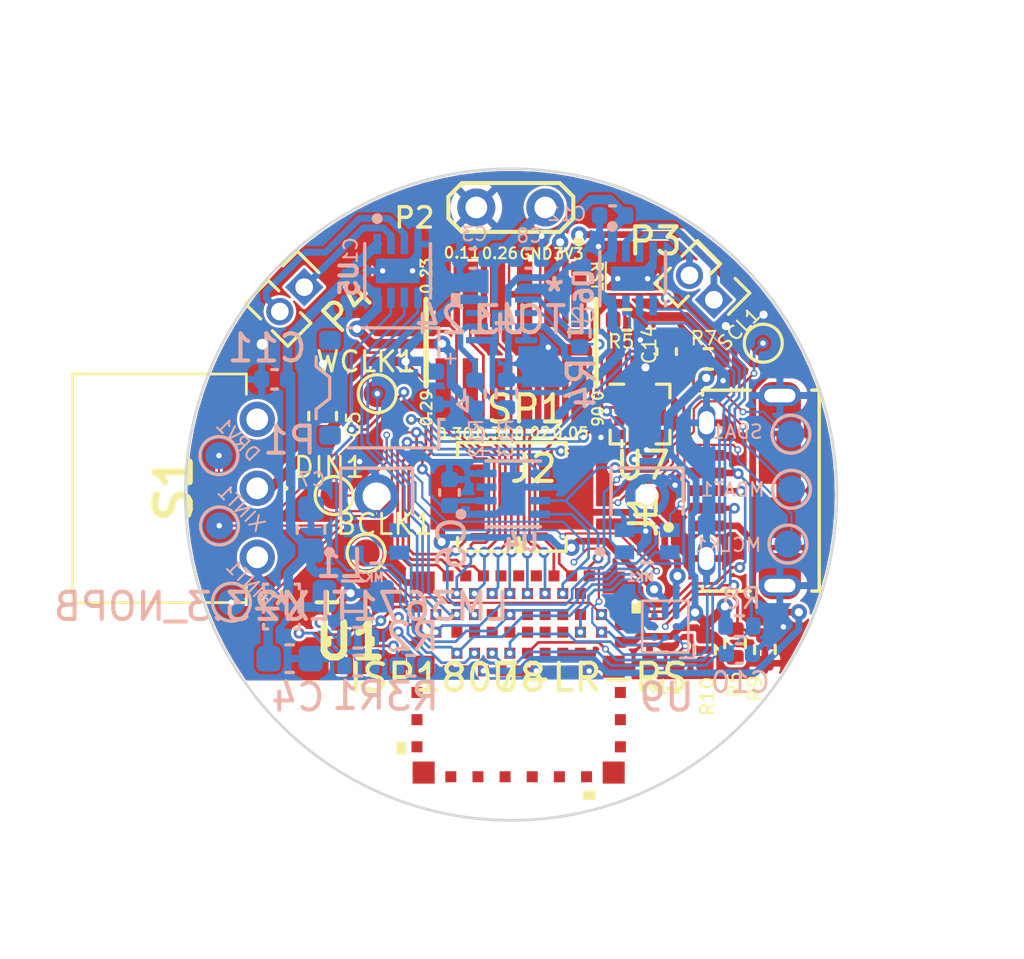
<source format=kicad_pcb>
(kicad_pcb (version 20211014) (generator pcbnew)
  (layers (0 "F.Cu" signal) (31 "B.Cu" signal) (34 "B.Paste" user) (35 "F.Paste" user) (36 "B.SilkS" user "B.Silkscreen") (37 "F.SilkS" user "F.Silkscreen") (38 "B.Mask" user) (39 "F.Mask" user) (44 "Edge.Cuts" user))
  (net 0 "")
  (net 1 "GND")
  (net 2 "+3.3V")
  (net 3 "/~{RST}")
  (net 4 "/VBAT")
  (net 5 "/SWDIO")
  (net 6 "/VBUS")
  (net 7 "/MIC_CLK")
  (net 8 "/MIC_ENABLE")
  (net 9 "/MTR2_N")
  (net 10 "/MTR2_P")
  (net 11 "/MTR1_I1")
  (net 12 "/MTR1_N")
  (net 13 "/LED_B")
  (net 14 "Net-(R1-Pad1)")
  (net 15 "Net-(R2-Pad1)")
  (net 16 "/LED_R")
  (net 17 "/LED_G")
  (net 18 "Net-(R3-Pad1)")
  (net 19 "/DRV_SLEEP")
  (net 20 "/MTR1_I2")
  (net 21 "/MTR1_P")
  (net 22 "/MTR2_I2")
  (net 23 "/MTR2_I1")
  (net 32 "unconnected-(U8-Pad38)")
  (net 35 "/SWCLK")
  (net 37 "/MIC_DATA")
  (net 39 "Net-(U8-Pad20)")
  (net 45 "/Coil1")
  (net 46 "/~{CHRG}")
  (net 48 "/CHRG_VCC")
  (net 49 "/BAT_INT")
  (net 50 "/VBAT_SW")
  (net 54 "/P0_25")
  (net 55 "Net-(L1-Pad1)")
  (net 56 "/I2C_SDA")
  (net 57 "/I2C_SCL")
  (net 60 "/XL_INT")
  (net 61 "Net-(R6-Pad1)")
  (net 62 "Net-(R10-Pad2)")
  (net 63 "Net-(SP1-Pad2)")
  (net 64 "Net-(SP1-Pad1)")
  (net 65 "/I2S_DIN")
  (net 66 "/I2S_BCLK")
  (net 67 "/I2S_WCLK")
  (net 68 "Net-(R12-Pad2)")
  (net 82 "/P0_06")
  (net 83 "/P0_05")
  (net 84 "/P0_15")
  (net 85 "/P0_27")
  (net 86 "/P0_11")
  (net 87 "/P0_19")
  (net 88 "/P0_23")
  (net 89 "/P1_08")
  (footprint "Connector_PinHeader_1.27mm:PinHeader_1x02_P1.27mm_Vertical" (layer "F.Cu") (at 161.07 90.125 -135)
    (fp_text reference "P3")
    (fp_text value "M2_TERM")
  )
  (footprint "Connector_PinHeader_1.27mm:PinHeader_1x02_P1.27mm_Vertical" (layer "F.Cu") (at 145.98 89.66 -45)
    (fp_text reference "P4")
    (fp_text value "M1_TERM")
  )
  (footprint "AcousticSwarm:CUI_CMT-4023S-SMT-TR" (layer "F.Cu") (at 153.63 97.39)
    (fp_text reference "SP1")
    (fp_text value "SPEAKER")
  )
  (footprint "AcousticSwarm:450302014072" (layer "F.Cu") (at 144.25 97.07 90)
    (fp_text reference "S1")
    (fp_text value "450302014072" hide)
  )
  (footprint "Capacitor_SMD:C_0603_1608Metric" (layer "F.Cu") (at 146.66 94.41 90)
    (fp_text reference "C5")
    (fp_text value "4.7uF")
  )
  (footprint "Capacitor_SMD:C_0402_1005Metric" (layer "F.Cu") (at 159.33 92.035 90)
    (fp_text reference "C14")
    (fp_text value "100nF")
  )
  (footprint "Resistor_SMD:R_0402_1005Metric" (layer "F.Cu") (at 161.85 102.785 -90)
    (fp_text reference "R6")
    (fp_text value "NO")
  )
  (footprint "Resistor_SMD:R_0402_1005Metric" (layer "F.Cu") (at 162.95 103.005 90)
    (fp_text reference "R9")
    (fp_text value "0R")
  )
  (footprint "Resistor_SMD:R_0402_1005Metric" (layer "F.Cu") (at 159.21 103.485)
    (fp_text reference "R11")
    (fp_text value "NO")
  )
  (footprint "TestPoint:TestPoint_Pad_D1.0mm" (layer "F.Cu") (at 147.08 97.335)
    (fp_text reference "DIN1")
    (fp_text value "TestPoint")
  )
  (footprint "TestPoint:TestPoint_Pad_D1.0mm" (layer "F.Cu") (at 148.67 93.585)
    (fp_text reference "WCLK1")
    (fp_text value "TestPoint")
  )
  (footprint "TestPoint:TestPoint_2Pads_Pitch2.54mm_Drill0.8mm" (layer "F.Cu") (at 152.32 86.725)
    (fp_text reference "P2")
    (fp_text value "COIL_TERM")
  )
  (footprint "Resistor_SMD:R_0402_1005Metric" (layer "F.Cu") (at 157.87 90.865 180)
    (fp_text reference "R5")
    (fp_text value "10K")
  )
  (footprint "Package_LGA:LGA-12_2x2mm_P0.5mm" (layer "F.Cu") (at 158.35 94.335)
    (fp_text reference "U7")
    (fp_text value "MC3419")
  )
  (footprint "Resistor_SMD:R_0402_1005Metric" (layer "F.Cu") (at 160.74 103.024999 -90)
    (fp_text reference "R10")
    (fp_text value "0R")
  )
  (footprint "AcousticSwarm:ISP1807-LR-RS" (layer "F.Cu") (at 153.88 104.0415)
    (fp_text reference "U8")
    (fp_text value "ISP1807-LR-RS")
  )
  (footprint "TestPoint:TestPoint_Pad_D1.0mm" (layer "F.Cu") (at 162.89 91.725)
    (fp_text reference "SCL1")
    (fp_text value "TestPoint")
  )
  (footprint "Resistor_SMD:R_0402_1005Metric" (layer "F.Cu") (at 160.859999 92.305 180)
    (fp_text reference "R7")
    (fp_text value "10K")
  )
  (footprint "AcousticSwarm:B38G3RGB10D0003H2U1930" (layer "F.Cu") (at 147.68 102.71 180)
    (fp_text reference "U1")
    (fp_text value "B38G3RGB" hide)
  )
  (footprint "AcousticSwarm:SAMTEC_FTMH-106-03-L-DV" (layer "F.Cu") (at 153.6 91.705 180)
    (fp_text reference "J2")
    (fp_text value "FTMH-106-03-L-DV")
  )
  (footprint "AcousticSwarm:AMPHENOL_10118194-0001LF" (layer "F.Cu") (at 163.5 97.155 90)
    (fp_text reference "J1")
    (fp_text value "10118194-0001LF")
  )
  (footprint "TestPoint:TestPoint_Pad_D1.0mm" (layer "F.Cu") (at 148.26 99.455)
    (fp_text reference "BCLK1")
    (fp_text value "TestPoint")
  )
  (footprint "Resistor_SMD:R_0402_1005Metric" (layer "B.Cu") (at 162.01 102.145)
    (fp_text reference "R8")
    (fp_text value "100K")
  )
  (footprint "TestPoint:TestPoint_Pad_D1.0mm" (layer "B.Cu") (at 163.93 97.105)
    (fp_text reference "MDAT1")
    (fp_text value "TestPoint")
  )
  (footprint "TestPoint:TestPoint_Pad_D1.0mm" (layer "B.Cu") (at 142.84 95.865)
    (fp_text reference "DRV1")
    (fp_text value "TestPoint")
  )
  (footprint "TestPoint:TestPoint_Pad_D1.0mm" (layer "B.Cu") (at 143.3 101.265)
    (fp_text reference "BINT1")
    (fp_text value "TestPoint")
  )
  (footprint "AcousticSwarm:SON50P200X200X80-9N" (layer "B.Cu") (at 149.42 89.06 -90)
    (fp_text reference "U5")
    (fp_text value "DRV8837CDSGR")
  )
  (footprint "Capacitor_SMD:C_0402_1005Metric" (layer "B.Cu") (at 154.25 88.605 180)
    (fp_text reference "C8")
    (fp_text value "NO")
  )
  (footprint "Capacitor_SMD:C_0603_1608Metric" (layer "B.Cu") (at 146.23 98.59 -90)
    (fp_text reference "C7")
    (fp_text value "10uF")
  )
  (footprint "TestPoint:TestPoint_Pad_D1.0mm" (layer "B.Cu") (at 163.91 95.075)
    (fp_text reference "SDA1")
    (fp_text value "TestPoint")
  )
  (footprint "Capacitor_SMD:C_0402_1005Metric" (layer "B.Cu") (at 162.01 103.155)
    (fp_text reference "C10")
    (fp_text value "100nF")
  )
  (footprint "Capacitor_SMD:C_0402_1005Metric" (layer "B.Cu") (at 152.19 88.605)
    (fp_text reference "C3")
    (fp_text value "NO")
  )
  (footprint "Capacitor_SMD:C_0402_1005Metric" (layer "B.Cu") (at 157.34 87.025)
    (fp_text reference "C12")
    (fp_text value "100nF")
  )
  (footprint "Resistor_SMD:R_0402_1005Metric" (layer "B.Cu") (at 147.96 102.575)
    (fp_text reference "R2")
    (fp_text value "180R")
  )
  (footprint "Connector_JST:JST_ACH_BM02B-ACHSS-GAN-ETF_1x02-1MP_P1.20mm_Vertical" (layer "B.Cu") (at 148.83 93.37 90)
    (fp_text reference "P1")
    (fp_text value "BATT_TERM")
  )
  (footprint "Capacitor_SMD:C_0603_1608Metric" (layer "B.Cu") (at 145.445 103.345 180)
    (fp_text reference "C4")
    (fp_text value "4.7uF")
  )
  (footprint "AcousticSwarm:LTC4124EV-TRMPBF" (layer "B.Cu") (at 153.2483 90.865001 180)
    (fp_text reference "U3")
    (fp_text value "LTC4124")
  )
  (footprint "AcousticSwarm:MIC_ICS-41350" (layer "B.Cu") (at 158.61 98.068)
    (fp_text reference "MK1")
    (fp_text value "ICS-41352")
  )
  (footprint "AcousticSwarm:MIC_ICS-41350" (layer "B.Cu") (at 148.6455 98.078)
    (fp_text reference "MK2")
    (fp_text value "ICS-41352")
  )
  (footprint "Inductor_SMD:L_0805_2012Metric" (layer "B.Cu") (at 147.7875 101.045)
    (fp_text reference "L1")
    (fp_text value "2.2u")
  )
  (footprint "TestPoint:TestPoint_Pad_D1.0mm" (layer "B.Cu") (at 163.8 99.125)
    (fp_text reference "MCLK1")
    (fp_text value "TestPoint")
  )
  (footprint "Package_BGA:Maxim_WLP-9_1.595x1.415_Layout3x3_P0.4mm_Ball0.27mm_Pad0.25mm_NSMD" (layer "B.Cu") (at 159.28 102.165 90)
    (fp_text reference "U9")
    (fp_text value "MAX98357A")
  )
  (footprint "AcousticSwarm:SON50P200X200X80-9N" (layer "B.Cu") (at 153.68 97.275)
    (fp_text reference "U4")
    (fp_text value "MAX17048G+T10")
  )
  (footprint "Capacitor_SMD:C_0402_1005Metric" (layer "B.Cu") (at 147.63 89.75 -90)
    (fp_text reference "C1")
    (fp_text value "100nF")
  )
  (footprint "AcousticSwarm:SON50P200X200X80-9N" (layer "B.Cu") (at 158.08 89.35 -90)
    (fp_text reference "U6")
    (fp_text value "DRV8837CDSGR")
  )
  (footprint "Resistor_SMD:R_0402_1005Metric" (layer "B.Cu") (at 156.13 91.345 -90)
    (fp_text reference "R4")
    (fp_text value "10K")
  )
  (footprint "Resistor_SMD:R_0402_1005Metric" (layer "B.Cu") (at 153.43 93.585 90)
    (fp_text reference "R13")
    (fp_text value "0R")
  )
  (footprint "Capacitor_SMD:C_0402_1005Metric" (layer "B.Cu") (at 151.33 97.225 -90)
    (fp_text reference "C6")
    (fp_text value "100nF")
  )
  (footprint "Resistor_SMD:R_0402_1005Metric" (layer "B.Cu") (at 149.91 103.605)
    (fp_text reference "R3")
    (fp_text value "50R")
  )
  (footprint "AcousticSwarm:LM3671TLX-3.3&slash_NOPB" (layer "B.Cu") (at 145.14 101.425)
    (fp_text reference "U2")
    (fp_text value "LM3671TLX-3.3_NOPB")
  )
  (footprint "Resistor_SMD:R_0402_1005Metric" (layer "B.Cu") (at 147.970001 103.605)
    (fp_text reference "R1")
    (fp_text value "50R")
  )
  (footprint "Capacitor_SMD:C_0402_1005Metric" (layer "B.Cu") (at 156.25 89.385 90)
    (fp_text reference "C2")
    (fp_text value "100nF")
  )
  (footprint "Resistor_SMD:R_0402_1005Metric" (layer "B.Cu") (at 152.27 93.595 90)
    (fp_text reference "R12")
    (fp_text value "NO")
  )
  (footprint "Capacitor_SMD:C_0402_1005Metric" (layer "B.Cu") (at 144.89 93.055)
    (fp_text reference "C11")
    (fp_text value "100nF")
  )
  (footprint "TestPoint:TestPoint_Pad_D1.0mm" (layer "B.Cu") (at 142.86 98.455)
    (fp_text reference "XINT1")
    (fp_text value "TestPoint")
  )
  (gr_circle (center 153.6 97.3) (end 165.6 97.3) (layer "Edge.Cuts") (width 0.1) (fill none))
  (gr_text "+" (at 151.37 92.255) (layer "B.SilkS") (effects (font (size 0.5 0.5) (thickness 0.075)) (justify mirror)))
  (gr_text "0.23" (at 150.48 89.245 90) (layer "F.SilkS") (effects (font (size 0.4 0.4) (thickness 0.075))))
  (gr_text "0.06" (at 156.76 94.135 -90) (layer "F.SilkS") (effects (font (size 0.4 0.4) (thickness 0.075))))
  (gr_text "0.02" (at 154.38 95.025) (layer "F.SilkS") (effects (font (size 0.4 0.4) (thickness 0.075))))
  (gr_text "0.26" (at 153.19 88.415) (layer "F.SilkS") (effects (font (size 0.4 0.4) (thickness 0.075))))
  (gr_text "3V3" (at 155.72 88.435) (layer "F.SilkS") (effects (font (size 0.4 0.4) (thickness 0.075))))
  (gr_text "~{RST}" (at 156.76 89.245 270) (layer "F.SilkS") (effects (font (size 0.4 0.4) (thickness 0.075))))
  (gr_text "0.31" (at 152.96 95.045) (layer "F.SilkS") (effects (font (size 0.4 0.4) (thickness 0.075))))
  (gr_text "GND" (at 154.52 88.435) (layer "F.SilkS") (effects (font (size 0.4 0.4) (thickness 0.075))))
  (gr_text "0.29" (at 150.49 94.125 90) (layer "F.SilkS") (effects (font (size 0.4 0.4) (thickness 0.075))))
  (gr_text "0.30" (at 151.52 95.065) (layer "F.SilkS") (effects (font (size 0.4 0.4) (thickness 0.075))))
  (gr_text "0.11" (at 151.79 88.395) (layer "F.SilkS") (effects (font (size 0.4 0.4) (thickness 0.075))))
  (gr_text "+" (at 146.82 101.195) (layer "F.SilkS") (effects (font (size 1 1))))
  (gr_text "0.05" (at 155.79 95.035) (layer "F.SilkS") (effects (font (size 0.4 0.4) (thickness 0.075))))
  (segment (start 158.36 91.605) (end 159.28 91.605) (width 0.35) (layer "F.Cu") (net 1))
  (segment (start 157.380001 103.6415) (end 156.6335 103.6415) (width 0.25) (layer "F.Cu") (net 1))
  (segment (start 164.62 100.655) (end 164.72 100.555) (width 0.25) (layer "F.Cu") (net 1))
  (segment (start 157.505012 92.349988) (end 157.505012 92.030237) (width 0.35) (layer "F.Cu") (net 1))
  (segment (start 157.505012 92.030237) (end 157.930249 91.605) (width 0.35) (layer "F.Cu") (net 1))
  (segment (start 156.47791 103.46791) (end 156.47791 103.80029) (width 0.25) (layer "F.Cu") (net 1))
  (segment (start 159.0925 94.595) (end 158.734998 94.595) (width 0.35) (layer "F.Cu") (net 1))
  (segment (start 156.155 103.145) (end 156.47791 103.46791) (width 0.25) (layer "F.Cu") (net 1))
  (segment (start 156.6335 103.6415) (end 156.48 103.795) (width 0.25) (layer "F.Cu") (net 1))
  (segment (start 163.5 93.655) (end 163.5 92.835) (width 0.25) (layer "F.Cu") (net 1))
  (segment (start 163.5 92.835) (end 163.63 92.705) (width 0.25) (layer "F.Cu") (net 1))
  (segment (start 162.95 103.515) (end 162.95 103.785) (width 0.25) (layer "F.Cu") (net 1))
  (segment (start 159.0925 94.095) (end 159.0925 94.595) (width 0.35) (layer "F.Cu") (net 1))
  (segment (start 159.28 91.605) (end 159.33 91.555) (width 0.35) (layer "F.Cu") (net 1))
  (segment (start 160.8 95.855) (end 161.55 95.855) (width 0.2) (layer "F.Cu") (net 1))
  (segment (start 164.63 93.655) (end 163.5 93.655) (width 0.25) (layer "F.Cu") (net 1))
  (segment (start 157.930249 91.605) (end 158.36 91.605) (width 0.35) (layer "F.Cu") (net 1))
  (segment (start 161.82 96.125) (end 161.93 96.125) (width 0.2) (layer "F.Cu") (net 1))
  (segment (start 161.55 95.855) (end 161.82 96.125) (width 0.2) (layer "F.Cu") (net 1))
  (segment (start 157.37 92.485) (end 157.505012 92.349988) (width 0.35) (layer "F.Cu") (net 1))
  (segment (start 163.5 100.655) (end 164.62 100.655) (width 0.25) (layer "F.Cu") (net 1))
  (via (at 158.56 98.645) (size 0.4) (drill 0.2) (layers "F.Cu" "B.Cu") (net 1))
  (via (at 161.41 93.105) (size 0.4) (drill 0.2) (layers "F.Cu" "B.Cu") (net 1))
  (via (at 158.36 91.605) (size 0.4) (drill 0.2) (layers "F.Cu" "B.Cu") (net 1))
  (via (at 158.55 92.615) (size 0.6) (drill 0.3) (layers "F.Cu" "B.Cu") (net 1))
  (via (at 158.17 101.245) (size 0.4) (drill 0.2) (layers "F.Cu" "B.Cu") (net 1))
  (via (at 156.91 95.195) (size 0.4) (drill 0.2) (layers "F.Cu" "B.Cu") (net 1))
  (via (at 158.59 95.655) (size 0.4) (drill 0.2) (layers "F.Cu" "B.Cu") (net 1))
  (via (at 156.47791 103.80029) (size 0.4) (drill 0.2) (layers "F.Cu" "B.Cu") (net 1))
  (via (at 162.9 90.675) (size 0.6) (drill 0.3) (layers "F.Cu" "B.Cu") (net 1))
  (via (at 154.73 87.785) (size 0.4) (drill 0.2) (layers "F.Cu" "B.Cu") (net 1))
  (via (at 144.43 91.765) (size 0.8) (drill 0.4) (layers "F.Cu" "B.Cu") (net 1))
  (via (at 159.64 96.955) (size 0.4) (drill 0.2) (layers "F.Cu" "B.Cu") (net 1))
  (via (at 148.02 96.085) (size 0.4) (drill 0.2) (layers "F.Cu" "B.Cu") (net 1))
  (via (at 163.63 102.175) (size 0.4) (drill 0.2) (layers "F.Cu" "B.Cu") (net 1))
  (via (at 146.67 92.485) (size 0.6) (drill 0.3) (layers "F.Cu" "B.Cu") (net 1))
  (via (at 154.97 91.875) (size 0.4) (drill 0.2) (layers "F.Cu" "B.Cu") (net 1))
  (via (at 154.53 103.795) (size 0.4) (drill 0.2) (layers "F.Cu" "B.Cu") (net 1))
  (via (at 161.51 91.095) (size 0.6) (drill 0.3) (layers "F.Cu" "B.Cu") (net 1))
  (via (at 156.82 88.165) (size 0.4) (drill 0.2) (layers "F.Cu" "B.Cu") (net 1))
  (segment (start 163.23 102.455) (end 162.53 103.155) (width 0.2) (layer "B.Cu") (net 1))
  (segment (start 158.059999 97.090999) (end 158.345999 96.804999) (width 0.25) (layer "B.Cu") (net 1))
  (segment (start 158.83 88.365) (end 158.83 88.735) (width 0.25) (layer "B.Cu") (net 1))
  (segment (start 153.93 97.025) (end 154.665 97.025) (width 0.25) (layer "B.Cu") (net 1))
  (segment (start 157.7725 98.607) (end 158.059999 98.319501) (width 0.25) (layer "B.Cu") (net 1))
  (segment (start 153.68 97.275) (end 153.68 97.42) (width 0.25) (layer "B.Cu") (net 1))
  (segment (start 153.68 97.275) (end 153.93 97.025) (width 0.25) (layer "B.Cu") (net 1))
  (segment (start 153.4983 91.115001) (end 153.4983 91.766701) (width 0.25) (layer "B.Cu") (net 1))
  (segment (start 153.2483 90.865001) (end 153.4983 91.115001) (width 0.25) (layer "B.Cu") (net 1))
  (segment (start 158.17 101.631776) (end 158.17 101.245) (width 0.25) (layer "B.Cu") (net 1))
  (segment (start 158.345999 96.804999) (end 158.474501 96.804999) (width 0.25) (layer "B.Cu") (net 1))
  (segment (start 162.53 103.155) (end 162.49 103.155) (width 0.2) (layer "B.Cu") (net 1))
  (segment (start 158.83 88.735) (end 158.215 89.35) (width 0.25) (layer "B.Cu") (net 1))
  (segment (start 153.4983 91.766701) (end 153.4983 93.0067) (width 0.25) (layer "B.Cu") (net 1))
  (segment (start 159.65 97.085) (end 159.25 96.685) (width 0.25) (layer "B.Cu") (net 1))
  (segment (start 148.63 96.695) (end 148.63 96.565) (width 0.25) (layer "B.Cu") (net 1))
  (segment (start 150.17 88.445) (end 149.555 89.06) (width 0.25) (layer "B.Cu") (net 1))
  (segment (start 158.88 102.165) (end 158.703224 102.165) (width 0.25) (layer "B.Cu") (net 1))
  (segment (start 153.68 97.42) (end 153.075 98.025) (width 0.25) (layer "B.Cu") (net 1))
  (segment (start 158.059999 98.319501) (end 158.059999 97.090999) (width 0.25) (layer "B.Cu") (net 1))
  (segment (start 159.25 96.685) (end 158.5945 96.685) (width 0.25) (layer "B.Cu") (net 1))
  (segment (start 150.17 88.075) (end 150.17 88.445) (width 0.25) (layer "B.Cu") (net 1))
  (segment (start 148.63 96.565) (end 148.33 96.265) (width 0.25) (layer "B.Cu") (net 1))
  (segment (start 149.555 89.06) (end 149.42 89.06) (width 0.25) (layer "B.Cu") (net 1))
  (segment (start 158.703224 102.165) (end 158.17 101.631776) (width 0.25) (layer "B.Cu") (net 1))
  (segment (start 153.075 98.025) (end 152.695 98.025) (width 0.25) (layer "B.Cu") (net 1))
  (segment (start 158.215 89.35) (end 158.08 89.35) (width 0.25) (layer "B.Cu") (net 1))
  (segment (start 153.4983 93.0067) (end 153.43 93.075) (width 0.25) (layer "B.Cu") (net 1))
  (segment (start 158.474501 96.804999) (end 158.5945 96.685) (width 0.25) (layer "B.Cu") (net 1))
  (segment (start 147.92 91.195) (end 147.92 91.195) (width 0.35) (layer "F.Cu") (net 2))
  (segment (start 155.1 89.925) (end 155.1 88.314016) (width 0.35) (layer "F.Cu") (net 2))
  (segment (start 159.0925 95.095) (end 159.307788 95.095) (width 0.25) (layer "F.Cu") (net 2))
  (segment (start 161.069999 102.514999) (end 161.85 103.295) (width 0.35) (layer "F.Cu") (net 2))
  (segment (start 160.430001 102.205) (end 159.82 102.205) (width 0.25) (layer "F.Cu") (net 2))
  (segment (start 159.08 93.5825) (end 159.0925 93.595) (width 0.35) (layer "F.Cu") (net 2))
  (segment (start 159.61 94.792788) (end 159.61 93.844998) (width 0.25) (layer "F.Cu") (net 2))
  (segment (start 161.369999 92.305) (end 161.369999 92.084999) (width 0.35) (layer "F.Cu") (net 2))
  (segment (start 147.69 100.935) (end 147.23 101.395) (width 0.2) (layer "F.Cu") (net 2))
  (segment (start 159.61 93.844998) (end 159.360002 93.595) (width 0.25) (layer "F.Cu") (net 2))
  (segment (start 158.31002 96.175) (end 158.89 96.175) (width 0.25) (layer "F.Cu") (net 2))
  (segment (start 160.74 102.514999) (end 160.430001 102.205) (width 0.25) (layer "F.Cu") (net 2))
  (segment (start 158.27 90.755) (end 157.78499 90.26999) (width 0.35) (layer "F.Cu") (net 2))
  (segment (start 158.09 102.745) (end 157.63 102.745) (width 0.25) (layer "F.Cu") (net 2))
  (segment (start 157.78499 90.26999) (end 157.055168 90.26999) (width 0.35) (layer "F.Cu") (net 2))
  (segment (start 160.74 102.010401) (end 160.376365 101.646766) (width 0.35) (layer "F.Cu") (net 2))
  (segment (start 156.71 90.615158) (end 156.71 91.211998) (width 0.35) (layer "F.Cu") (net 2))
  (segment (start 160.74 102.157666) (end 161.476387 101.421279) (width 0.35) (layer "F.Cu") (net 2))
  (segment (start 156.441998 91.48) (end 155.73 91.48) (width 0.35) (layer "F.Cu") (net 2))
  (segment (start 161.369999 92.305) (end 161.369999 92.425001) (width 0.35) (layer "F.Cu") (net 2))
  (segment (start 158.31 102.525) (end 158.09 102.745) (width 0.25) (layer "F.Cu") (net 2))
  (segment (start 147.23 101.395) (end 147.23 101.91) (width 0.2) (layer "F.Cu") (net 2))
  (segment (start 159.360002 93.595) (end 159.0925 93.595) (width 0.25) (layer "F.Cu") (net 2))
  (segment (start 160.74 102.514999) (end 160.74 102.157666) (width 0.35) (layer "F.Cu") (net 2))
  (segment (start 157.055168 90.26999) (end 156.71 90.615158) (width 0.35) (layer "F.Cu") (net 2))
  (segment (start 155.73 91.48) (end 155.1 90.85) (width 0.35) (layer "F.Cu") (net 2))
  (segment (start 155.1 90.85) (end 155.1 89.925) (width 0.35) (layer "F.Cu") (net 2))
  (segment (start 161.369999 92.084999) (end 160.04 90.755) (width 0.35) (layer "F.Cu") (net 2))
  (segment (start 159.1125 93.585) (end 159.32 93.3775) (width 0.35) (layer "F.Cu") (net 2))
  (segment (start 161.369999 92.425001) (end 160.79 93.005) (width 0.35) (layer "F.Cu") (net 2))
  (segment (start 160.74 102.514999) (end 161.069999 102.514999) (width 0.35) (layer "F.Cu") (net 2))
  (segment (start 159.0925 95.9725) (end 159.0925 95.095) (width 0.25) (layer "F.Cu") (net 2))
  (segment (start 160.74 102.514999) (end 160.74 102.010401) (width 0.35) (layer "F.Cu") (net 2))
  (segment (start 159.307788 95.095) (end 159.61 94.792788) (width 0.25) (layer "F.Cu") (net 2))
  (segment (start 157.63 102.745) (end 157.6265 102.7415) (width 0.25) (layer "F.Cu") (net 2))
  (segment (start 161.476387 101.378613) (end 161.476387 101.421279) (width 0.35) (layer "F.Cu") (net 2))
  (segment (start 151.06 91.745) (end 148.47 91.745) (width 0.35) (layer "F.Cu") (net 2))
  (segment (start 156.71 91.211998) (end 156.441998 91.48) (width 0.35) (layer "F.Cu") (net 2))
  (segment (start 158.89 96.175) (end 159.0925 95.9725) (width 0.25) (layer "F.Cu") (net 2))
  (segment (start 160.04 90.755) (end 158.27 90.755) (width 0.35) (layer "F.Cu") (net 2))
  (segment (start 159.82 102.205) (end 159.5 102.525) (width 0.25) (layer "F.Cu") (net 2))
  (segment (start 159.5 102.525) (end 158.31 102.525) (width 0.25) (layer "F.Cu") (net 2))
  (segment (start 155.1 88.314016) (end 155.406874 88.007142) (width 0.35) (layer "F.Cu") (net 2))
  (segment (start 158.14001 96.00499) (end 158.31002 96.175) (width 0.25) (layer "F.Cu") (net 2))
  (segment (start 161.5 101.355) (end 161.476387 101.378613) (width 0.35) (layer "F.Cu") (net 2))
  (segment (start 159.32 93.3775) (end 159.32 92.515) (width 0.35) (layer "F.Cu") (net 2))
  (segment (start 148.47 91.745) (end 147.92 91.195) (width 0.35) (layer "F.Cu") (net 2))
  (via (at 161.476387 101.421279) (size 0.6) (drill 0.3) (layers "F.Cu" "B.Cu") (net 2))
  (via (at 147.92 91.195) (size 0.6) (drill 0.3) (layers "F.Cu" "B.Cu") (net 2))
  (via (at 158.14001 96.00499) (size 0.4) (drill 0.2) (layers "F.Cu" "B.Cu") (net 2))
  (via (at 151.06 91.745) (size 0.6) (drill 0.3) (layers "F.Cu" "B.Cu") (net 2))
  (via (at 155.406874 88.007142) (size 0.6) (drill 0.3) (layers "F.Cu" "B.Cu") (net 2))
  (via (at 160.376365 101.646766) (size 0.6) (drill 0.3) (layers "F.Cu" "B.Cu") (net 2))
  (via (at 147.69 100.935) (size 0.6) (drill 0.3) (layers "F.Cu" "B.Cu") (net 2))
  (via (at 160.79 93.005) (size 0.6) (drill 0.3) (layers "F.Cu" "B.Cu") (net 2))
  (segment (start 147.69 100.935) (end 147.69 100.935) (width 0.2) (layer "B.Cu") (net 2))
  (segment (start 160.24999 100.207821) (end 160.376365 100.334196) (width 0.25) (layer "B.Cu") (net 2))
  (segment (start 151.06 91.745) (end 151.06 91.745) (width 0.35) (layer "B.Cu") (net 2))
  (segment (start 156.25 89.865) (end 156.86 89.865) (width 0.35) (layer "B.Cu") (net 2))
  (segment (start 158.130341 96.014659) (end 158.14001 96.00499) (width 0.35) (layer "B.Cu") (net 2))
  (segment (start 157.33 91.132651) (end 157.33 90.335) (width 0.35) (layer "B.Cu") (net 2))
  (segment (start 161.5 101.444892) (end 161.476387 101.421279) (width 0.35) (layer "B.Cu") (net 2))
  (segment (start 159.858131 102.165) (end 160.376365 101.646766) (width 0.25) (layer "B.Cu") (net 2))
  (segment (start 152.27 94.375) (end 152.595009 94.700009) (width 0.35) (layer "B.Cu") (net 2))
  (segment (start 159.124989 96.080001) (end 158.215021 96.080001) (width 0.25) (layer "B.Cu") (net 2))
  (segment (start 148.74 100.935) (end 148.85 101.045) (width 0.35) (layer "B.Cu") (net 2))
  (segment (start 147.69 100.715) (end 147.69 100.935) (width 0.35) (layer "B.Cu") (net 2))
  (segment (start 147.5 100.525) (end 147.69 100.715) (width 0.35) (layer "B.Cu") (net 2))
  (segment (start 156.86 88.835) (end 157.33 88.365) (width 0.35) (layer "B.Cu") (net 2))
  (segment (start 157.82 87.025) (end 157.23499 86.43999) (width 0.35) (layer "B.Cu") (net 2))
  (segment (start 147.5 100.521716) (end 147.5 100.525) (width 0.35) (layer "B.Cu") (net 2))
  (segment (start 155.02734 94.700009) (end 157.615013 92.112336) (width 0.35) (layer "B.Cu") (net 2))
  (segment (start 146.23 99.365) (end 145.47999 98.61499) (width 0.35) (layer "B.Cu") (net 2))
  (segment (start 145.39 100.205) (end 146.23 99.365) (width 0.35) (layer "B.Cu") (net 2))
  (segment (start 147.63 89.27) (end 147.895 89.27) (width 0.35) (layer "B.Cu") (net 2))
  (segment (start 159.4 95.80499) (end 159.124989 96.080001) (width 0.25) (layer "B.Cu") (net 2))
  (segment (start 159.468914 95.80499) (end 160.415013 96.751089) (width 0.25) (layer "B.Cu") (net 2))
  (segment (start 145.39 100.992) (end 145.39 100.205) (width 0.35) (layer "B.Cu") (net 2))
  (segment (start 148.67 90.445) (end 148.67 90.045) (width 0.35) (layer "B.Cu") (net 2))
  (segment (start 151.40501 93.24001) (end 151.40501 92.09001) (width 0.35) (layer "B.Cu") (net 2))
  (segment (start 156.86 89.865) (end 156.86 88.835) (width 0.35) (layer "B.Cu") (net 2))
  (segment (start 159.4 95.80499) (end 159.468914 95.80499) (width 0.25) (layer "B.Cu") (net 2))
  (segment (start 159.4 95.80499) (end 159.4 94.395) (width 0.35) (layer "B.Cu") (net 2))
  (segment (start 160.415013 96.751089) (end 160.415012 97.885916) (width 0.25) (layer "B.Cu") (net 2))
  (segment (start 158.215021 96.080001) (end 158.14001 96.00499) (width 0.25) (layer "B.Cu") (net 2))
  (segment (start 146.40499 100.16999) (end 147.148274 100.16999) (width 0.35) (layer "B.Cu") (net 2))
  (segment (start 158.130341 96.045) (end 158.130341 96.014659) (width 0.35) (layer "B.Cu") (net 2))
  (segment (start 147.63 89.27) (end 145.37 91.53) (width 0.35) (layer "B.Cu") (net 2))
  (segment (start 157.33 87.515) (end 157.82 87.025) (width 0.35) (layer "B.Cu") (net 2))
  (segment (start 157.33 88.365) (end 157.33 87.515) (width 0.35) (layer "B.Cu") (net 2))
  (segment (start 151.40501 92.09001) (end 151.06 91.745) (width 0.35) (layer "B.Cu") (net 2))
  (segment (start 160.24999 98.050938) (end 160.24999 100.207821) (width 0.25) (layer "B.Cu") (net 2))
  (segment (start 147.92 91.195) (end 148.67 90.445) (width 0.35) (layer "B.Cu") (net 2))
  (segment (start 152.27 94.105) (end 151.40501 93.24001) (width 0.35) (layer "B.Cu") (net 2))
  (segment (start 160.376365 100.334196) (end 160.376365 101.646766) (width 0.25) (layer "B.Cu") (net 2))
  (segment (start 145.37 91.53) (end 145.37 93.055) (width 0.35) (layer "B.Cu") (net 2))
  (segment (start 156.04 90.785) (end 156.04 90.075) (width 0.35) (layer "B.Cu") (net 2))
  (segment (start 159.68 102.165) (end 159.858131 102.165) (width 0.25) (layer "B.Cu") (net 2))
  (segment (start 148.67 88.075) (end 147.63 89.115) (width 0.35) (layer "B.Cu") (net 2))
  (segment (start 147.148274 100.16999) (end 147.5 100.521716) (width 0.35) (layer "B.Cu") (net 2))
  (segment (start 157.23499 86.43999) (end 156.548096 86.43999) (width 0.35) (layer "B.Cu") (net 2))
  (segment (start 147.63 89.115) (end 147.63 89.27) (width 0.35) (layer "B.Cu") (net 2))
  (segment (start 156.04 90.075) (end 156.25 89.865) (width 0.35) (layer "B.Cu") (net 2))
  (segment (start 146.23 99.995) (end 146.40499 100.16999) (width 0.35) (layer "B.Cu") (net 2))
  (segment (start 145.47999 93.16499) (end 145.37 93.055) (width 0.35) (layer "B.Cu") (net 2))
  (segment (start 146.23 99.365) (end 146.23 99.995) (width 0.35) (layer "B.Cu") (net 2))
  (segment (start 152.595009 94.700009) (end 155.02734 94.700009) (width 0.35) (layer "B.Cu") (net 2))
  (segment (start 156.86 89.865) (end 157.33 90.335) (width 0.35) (layer "B.Cu") (net 2))
  (segment (start 161.5 102.145) (end 161.5 101.444892) (width 0.35) (layer "B.Cu") (net 2))
  (segment (start 152.27 94.105) (end 152.27 94.375) (width 0.35) (layer "B.Cu") (net 2))
  (segment (start 159.4 94.395) (end 160.79 93.005) (width 0.35) (layer "B.Cu") (net 2))
  (segment (start 147.895 89.27) (end 148.67 90.045) (width 0.35) (layer "B.Cu") (net 2))
  (segment (start 147.69 100.935) (end 148.74 100.935) (width 0.35) (layer "B.Cu") (net 2))
  (segment (start 157.615013 92.112336) (end 157.615013 91.417664) (width 0.35) (layer "B.Cu") (net 2))
  (segment (start 145.47999 98.61499) (end 145.47999 93.16499) (width 0.35) (layer "B.Cu") (net 2))
  (segment (start 156.548096 86.43999) (end 155.406874 87.581212) (width 0.35) (layer "B.Cu") (net 2))
  (segment (start 155.406874 87.581212) (end 155.406874 88.007142) (width 0.35) (layer "B.Cu") (net 2))
  (segment (start 157.615013 91.417664) (end 157.33 91.132651) (width 0.35) (layer "B.Cu") (net 2))
  (segment (start 160.415012 97.885916) (end 160.24999 98.050938) (width 0.25) (layer "B.Cu") (net 2))
  (segment (start 159.19594 89.925) (end 156.1 89.925) (width 0.1) (layer "F.Cu") (net 3))
  (segment (start 159.31797 90.04703) (end 159.19594 89.925) (width 0.1) (layer "F.Cu") (net 3))
  (segment (start 160.8 96.505) (end 161.939152 96.505) (width 0.25) (layer "F.Cu") (net 3))
  (segment (start 161.939152 96.505) (end 161.966453 96.532301) (width 0.25) (layer "F.Cu") (net 3))
  (via (at 161.966453 96.532301) (size 0.4) (drill 0.2) (layers "F.Cu" "B.Cu") (net 3))
  (via (at 159.31797 90.04703) (size 0.4) (drill 0.2) (layers "F.Cu" "B.Cu") (net 3))
  (via (at 152.905012 103.145) (size 0.4) (drill 0.2) (layers "F.Cu" "B.Cu") (net 3))
  (segment (start 161.212858 103.155) (end 160.772836 103.595022) (width 0.1) (layer "B.Cu") (net 3))
  (segment (start 153.787085 103.519989) (end 153.280001 103.519989) (width 0.1) (layer "B.Cu") (net 3))
  (segment (start 162.52 102.165) (end 161.53 103.155) (width 0.1) (layer "B.Cu") (net 3))
  (segment (start 159.31797 90.04703) (end 159.68203 90.04703) (width 0.1) (layer "B.Cu") (net 3))
  (segment (start 162.52 102.145) (end 162.45 102.075) (width 0.1) (layer "B.Cu") (net 3))
  (segment (start 160.772836 103.595022) (end 157.290568 103.595022) (width 0.1) (layer "B.Cu") (net 3))
  (segment (start 159.68203 90.04703) (end 162.204988 92.569988) (width 0.1) (layer "B.Cu") (net 3))
  (segment (start 161.53 103.155) (end 161.212858 103.155) (width 0.1) (layer "B.Cu") (net 3))
  (segment (start 153.280001 103.519989) (end 152.905012 103.145) (width 0.1) (layer "B.Cu") (net 3))
  (segment (start 161.839998 95.177998) (end 161.675027 95.342969) (width 0.1) (layer "B.Cu") (net 3))
  (segment (start 162.52 102.145) (end 162.52 102.165) (width 0.1) (layer "B.Cu") (net 3))
  (segment (start 162.204988 92.569988) (end 162.204988 93.793008) (width 0.1) (layer "B.Cu") (net 3))
  (segment (start 156.790534 103.094988) (end 154.212086 103.094988) (width 0.1) (layer "B.Cu") (net 3))
  (segment (start 162.45 97.015848) (end 161.966453 96.532301) (width 0.1) (layer "B.Cu") (net 3))
  (segment (start 161.675027 96.240875) (end 161.966453 96.532301) (width 0.1) (layer "B.Cu") (net 3))
  (segment (start 162.45 102.075) (end 162.45 97.015848) (width 0.1) (layer "B.Cu") (net 3))
  (segment (start 161.675027 95.342969) (end 161.675027 96.240875) (width 0.1) (layer "B.Cu") (net 3))
  (segment (start 161.53 103.155) (end 161.53 103.135) (width 0.25) (layer "B.Cu") (net 3))
  (segment (start 157.290568 103.595022) (end 156.790534 103.094988) (width 0.1) (layer "B.Cu") (net 3))
  (segment (start 162.204988 93.793008) (end 161.839998 94.157998) (width 0.1) (layer "B.Cu") (net 3))
  (segment (start 161.839998 94.157998) (end 161.839998 95.177998) (width 0.1) (layer "B.Cu") (net 3))
  (segment (start 154.212086 103.094988) (end 153.787085 103.519989) (width 0.1) (layer "B.Cu") (net 3))
  (segment (start 147.49 93.205) (end 147.49 94.325) (width 0.35) (layer "F.Cu") (net 4))
  (segment (start 149.71 92.395) (end 148.3 92.395) (width 0.35) (layer "F.Cu") (net 4))
  (segment (start 149.71 92.395) (end 150.661484 93.346484) (width 0.1) (layer "F.Cu") (net 4))
  (segment (start 144.25 97.07) (end 144.745 97.07) (width 0.35) (layer "F.Cu") (net 4))
  (segment (start 144.745 97.07) (end 147.49 94.325) (width 0.35) (layer "F.Cu") (net 4))
  (segment (start 150.661484 93.346484) (end 150.661484 95.750662) (width 0.1) (layer "F.Cu") (net 4))
  (segment (start 150.329988 96.082158) (end 150.329988 96.365) (width 0.1) (layer "F.Cu") (net 4))
  (segment (start 149.42 92.395) (end 149.71 92.395) (width 0.35) (layer "F.Cu") (net 4))
  (segment (start 150.661484 95.750662) (end 150.329988 96.082158) (width 0.1) (layer "F.Cu") (net 4))
  (segment (start 148.3 92.395) (end 147.49 93.205) (width 0.35) (layer "F.Cu") (net 4))
  (via (at 150.329988 96.365) (size 0.4) (drill 0.2) (layers "F.Cu" "B.Cu") (net 4))
  (via (at 149.71 92.395) (size 0.6) (drill 0.3) (layers "F.Cu" "B.Cu") (net 4))
  (segment (start 150.705 92.77) (end 150.705 92.8) (width 0.35) (layer "B.Cu") (net 4))
  (segment (start 151.51 97.525) (end 151.33 97.705) (width 0.2) (layer "B.Cu") (net 4))
  (segment (start 150.705 92.77) (end 150.33 92.395) (width 0.35) (layer "B.Cu") (net 4))
  (segment (start 150.61 96.645012) (end 150.329988 96.365) (width 0.1) (layer "B.Cu") (net 4))
  (segment (start 152.695 97.025) (end 152.695 97.525) (width 0.2) (layer "B.Cu") (net 4))
  (segment (start 150.61 97.295) (end 150.61 96.645012) (width 0.1) (layer "B.Cu") (net 4))
  (segment (start 152.3466 90.115) (end 151.5902 90.115) (width 0.35) (layer "B.Cu") (net 4))
  (segment (start 150.33 92.395) (end 149.71 92.395) (width 0.35) (layer "B.Cu") (net 4))
  (segment (start 151.33 97.705) (end 151.02 97.705) (width 0.1) (layer "B.Cu") (net 4))
  (segment (start 151.02 97.705) (end 150.61 97.295) (width 0.1) (layer "B.Cu") (net 4))
  (segment (start 149.71 91.9952) (end 149.71 92.395) (width 0.35) (layer "B.Cu") (net 4))
  (segment (start 151.5902 90.115) (end 149.71 91.9952) (width 0.35) (layer "B.Cu") (net 4))
  (segment (start 152.695 97.525) (end 151.51 97.525) (width 0.2) (layer "B.Cu") (net 4))
  (segment (start 160.328851 100.775011) (end 161.235069 100.77501) (width 0.1) (layer "F.Cu") (net 5))
  (segment (start 161.368429 100.64165) (end 161.804752 100.64165) (width 0.1) (layer "F.Cu") (net 5))
  (segment (start 161.235069 100.77501) (end 161.368429 100.64165) (width 0.1) (layer "F.Cu") (net 5))
  (segment (start 160.8 97.805) (end 161.825026 97.805) (width 0.2) (layer "F.Cu") (net 5))
  (segment (start 157.843001 101.875) (end 159.228862 101.875) (width 0.1) (layer "F.Cu") (net 5))
  (segment (start 157.6265 102.091501) (end 157.843001 101.875) (width 0.1) (layer "F.Cu") (net 5))
  (segment (start 159.228862 101.875) (end 160.328851 100.775011) (width 0.1) (layer "F.Cu") (net 5))
  (via (at 161.825026 97.805) (size 0.4) (drill 0.2) (layers "F.Cu" "B.Cu") (net 5))
  (via (at 161.804752 100.64165) (size 0.4) (drill 0.2) (layers "F.Cu" "B.Cu") (net 5))
  (segment (start 161.675031 97.954995) (end 161.825026 97.805) (width 0.1) (layer "B.Cu") (net 5))
  (segment (start 161.804752 100.64165) (end 161.675031 100.511929) (width 0.1) (layer "B.Cu") (net 5))
  (segment (start 161.675031 100.511929) (end 161.675031 97.954995) (width 0.1) (layer "B.Cu") (net 5))
  (segment (start 162.49999 100.919254) (end 163.215736 101.635) (width 0.25) (layer "F.Cu") (net 6))
  (segment (start 163.03 92.655) (end 163.03 92.871281) (width 0.25) (layer "F.Cu") (net 6))
  (segment (start 160.8 98.455) (end 161.949004 98.455) (width 0.25) (layer "F.Cu") (net 6))
  (segment (start 162.49999 95.297879) (end 162.49999 99.005986) (width 0.25) (layer "F.Cu") (net 6))
  (segment (start 162.479999 92.484999) (end 162.859999 92.484999) (width 0.25) (layer "F.Cu") (net 6))
  (segment (start 159.89 87.725) (end 162.17 90.005) (width 0.25) (layer "F.Cu") (net 6))
  (segment (start 162.49999 99.005986) (end 162.49999 100.919254) (width 0.25) (layer "F.Cu") (net 6))
  (segment (start 162.17 91.371998) (end 162.164999 91.376999) (width 0.25) (layer "F.Cu") (net 6))
  (segment (start 162.49999 93.401291) (end 162.49999 95.297879) (width 0.25) (layer "F.Cu") (net 6))
  (segment (start 163.215736 101.635) (end 164.2 101.635) (width 0.25) (layer "F.Cu") (net 6))
  (segment (start 162.164999 91.376999) (end 162.164999 92.169999) (width 0.25) (layer "F.Cu") (net 6))
  (segment (start 163.03 92.871281) (end 162.49999 93.401291) (width 0.25) (layer "F.Cu") (net 6))
  (segment (start 162.859999 92.484999) (end 163.03 92.655) (width 0.25) (layer "F.Cu") (net 6))
  (segment (start 161.949004 98.455) (end 162.49999 99.005986) (width 0.25) (layer "F.Cu") (net 6))
  (segment (start 156.11 87.725) (end 159.89 87.725) (width 0.25) (layer "F.Cu") (net 6))
  (segment (start 162.17 90.005) (end 162.17 91.371998) (width 0.25) (layer "F.Cu") (net 6))
  (segment (start 162.164999 92.169999) (end 162.479999 92.484999) (width 0.25) (layer "F.Cu") (net 6))
  (via (at 164.2 101.635) (size 0.6) (drill 0.3) (layers "F.Cu" "B.Cu") (net 6))
  (via (at 156.11 87.725) (size 0.6) (drill 0.3) (layers "F.Cu" "B.Cu") (net 6))
  (via (at 152.58 103.795) (size 0.4) (drill 0.2) (layers "F.Cu" "B.Cu") (net 6))
  (segment (start 153.4983 89.671201) (end 153.8626 89.306901) (width 0.25) (layer "B.Cu") (net 6))
  (segment (start 153.900998 103.795) (end 154.325999 103.369999) (width 0.25) (layer "B.Cu") (net 6))
  (segment (start 156.11 88.065) (end 156.11 87.725) (width 0.25) (layer "B.Cu") (net 6))
  (segment (start 156.650005 103.369999) (end 157.150039 103.870033) (width 0.25) (layer "B.Cu") (net 6))
  (segment (start 154.325999 103.369999) (end 156.650005 103.369999) (width 0.25) (layer "B.Cu") (net 6))
  (segment (start 160.886749 103.870033) (end 160.896761 103.860021) (width 0.25) (layer "B.Cu") (net 6))
  (segment (start 157.150039 103.870033) (end 160.886749 103.870033) (width 0.25) (layer "B.Cu") (net 6))
  (segment (start 160.896761 103.860021) (end 162.611183 103.860021) (width 0.25) (layer "B.Cu") (net 6))
  (segment (start 152.58 103.795) (end 153.900998 103.795) (width 0.25) (layer "B.Cu") (net 6))
  (segment (start 164.2 102.271204) (end 164.2 101.635) (width 0.25) (layer "B.Cu") (net 6))
  (segment (start 154.868099 89.306901) (end 156.11 88.065) (width 0.25) (layer "B.Cu") (net 6))
  (segment (start 153.4983 89.963301) (end 153.4983 89.671201) (width 0.25) (layer "B.Cu") (net 6))
  (segment (start 153.8626 89.306901) (end 154.868099 89.306901) (width 0.25) (layer "B.Cu") (net 6))
  (segment (start 162.611183 103.860021) (end 164.2 102.271204) (width 0.25) (layer "B.Cu") (net 6))
  (segment (start 160.099574 95.469999) (end 161.775036 95.469999) (width 0.08) (layer "F.Cu") (net 7))
  (segment (start 159.860001 97.644999) (end 159.985 97.52) (width 0.08) (layer "F.Cu") (net 7))
  (segment (start 159.985 95.584573) (end 160.099574 95.469999) (width 0.08) (layer "F.Cu") (net 7))
  (segment (start 161.775036 95.469999) (end 161.950037 95.645) (width 0.08) (layer "F.Cu") (net 7))
  (segment (start 159.985 97.52) (end 159.985 95.584573) (width 0.08) (layer "F.Cu") (net 7))
  (via (at 159.860001 97.644999) (size 0.25) (drill 0.15) (layers "F.Cu" "B.Cu") (net 7))
  (via (at 150.830026 102.37) (size 0.4) (drill 0.2) (layers "F.Cu" "B.Cu") (net 7))
  (via (at 161.950037 95.645) (size 0.25) (drill 0.15) (layers "F.Cu" "B.Cu") (net 7))
  (segment (start 149.9455 98.617) (end 150.14 98.8115) (width 0.1) (layer "B.Cu") (net 7))
  (segment (start 158.209283 99.840001) (end 157.438419 99.840001) (width 0.1) (layer "B.Cu") (net 7))
  (segment (start 150.400034 101.940008) (end 150.830026 102.37) (width 0.1) (layer "B.Cu") (net 7))
  (segment (start 157.06344 100.214979) (end 156.42716 100.21498) (width 0.1) (layer "B.Cu") (net 7))
  (segment (start 152.450011 102.124989) (end 151.075037 102.124989) (width 0.1) (layer "B.Cu") (net 7))
  (segment (start 158.928 98.664) (end 158.928 99.121284) (width 0.1) (layer "B.Cu") (net 7))
  (segment (start 158.985 98.607) (end 158.928 98.664) (width 0.1) (layer "B.Cu") (net 7))
  (segment (start 150.14 98.8115) (end 150.14 101.148424) (width 0.1) (layer "B.Cu") (net 7))
  (segment (start 153.23 101.345) (end 152.450011 102.124989) (width 0.1) (layer "B.Cu") (net 7))
  (segment (start 155.849999 100.792141) (end 155.849999 101.112999) (width 0.1) (layer "B.Cu") (net 7))
  (segment (start 161.950037 96.031813) (end 161.950037 95.645) (width 0.08) (layer "B.Cu") (net 7))
  (segment (start 158.928 99.121284) (end 158.209283 99.840001) (width 0.1) (layer "B.Cu") (net 7))
  (segment (start 151.075037 102.124989) (end 150.830026 102.37) (width 0.1) (layer "B.Cu") (net 7))
  (segment (start 156.42716 100.21498) (end 155.849999 100.792141) (width 0.1) (layer "B.Cu") (net 7))
  (segment (start 155.849999 101.112999) (end 155.617998 101.345) (width 0.1) (layer "B.Cu") (net 7))
  (segment (start 163.93 99.465) (end 163.93 98.011776) (width 0.08) (layer "B.Cu") (net 7))
  (segment (start 150.400034 101.408458) (end 150.400034 101.940008) (width 0.1) (layer "B.Cu") (net 7))
  (segment (start 149.483 98.617) (end 149.9455 98.617) (width 0.1) (layer "B.Cu") (net 7))
  (segment (start 159.4475 98.0575) (end 159.860001 97.644999) (width 0.08) (layer "B.Cu") (net 7))
  (segment (start 159.4475 98.607) (end 159.4475 98.0575) (width 0.08) (layer "B.Cu") (net 7))
  (segment (start 150.14 101.148424) (end 150.400034 101.408458) (width 0.1) (layer "B.Cu") (net 7))
  (segment (start 157.438419 99.840001) (end 157.06344 100.214979) (width 0.1) (layer "B.Cu") (net 7))
  (segment (start 163.93 98.011776) (end 161.950037 96.031813) (width 0.08) (layer "B.Cu") (net 7))
  (segment (start 155.617998 101.345) (end 153.23 101.345) (width 0.1) (layer "B.Cu") (net 7))
  (segment (start 159.4475 98.607) (end 158.985 98.607) (width 0.1) (layer "B.Cu") (net 7))
  (via (at 153.554989 101.719989) (size 0.4) (drill 0.2) (layers "F.Cu" "B.Cu") (net 8))
  (segment (start 149.0205 99.439) (end 148.1985 98.617) (width 0.1) (layer "B.Cu") (net 8))
  (segment (start 150.661998 102.720001) (end 151.554998 102.720002) (width 0.1) (layer "B.Cu") (net 8))
  (segment (start 152.949978 102.325) (end 153.554989 101.719989) (width 0.1) (layer "B.Cu") (net 8))
  (segment (start 156.05001 101.195846) (end 155.680856 101.565) (width 0.1) (layer "B.Cu") (net 8))
  (segment (start 157.146289 100.414989) (end 156.510008 100.41499) (width 0.1) (layer "B.Cu") (net 8))
  (segment (start 150.200023 102.071305) (end 150.220023 102.091305) (width 0.1) (layer "B.Cu") (net 8))
  (segment (start 149.483 99.439) (end 149.0205 99.439) (width 0.1) (layer "B.Cu") (net 8))
  (segment (start 151.95 102.325) (end 152.949978 102.325) (width 0.1) (layer "B.Cu") (net 8))
  (segment (start 156.510008 100.41499) (end 156.05001 100.874988) (width 0.1) (layer "B.Cu") (net 8))
  (segment (start 149.483 99.439) (end 149.920013 99.876013) (width 0.1) (layer "B.Cu") (net 8))
  (segment (start 156.05001 100.874988) (end 156.05001 101.195846) (width 0.1) (layer "B.Cu") (net 8))
  (segment (start 148.1985 98.617) (end 147.808 98.617) (width 0.1) (layer "B.Cu") (net 8))
  (segment (start 149.920013 101.211295) (end 150.200023 101.491305) (width 0.1) (layer "B.Cu") (net 8))
  (segment (start 155.680856 101.565) (end 153.709978 101.565) (width 0.1) (layer "B.Cu") (net 8))
  (segment (start 149.920013 99.876013) (end 149.920013 101.211295) (width 0.1) (layer "B.Cu") (net 8))
  (segment (start 150.220023 102.278026) (end 150.661998 102.720001) (width 0.1) (layer "B.Cu") (net 8))
  (segment (start 150.220023 102.091305) (end 150.220023 102.278026) (width 0.1) (layer "B.Cu") (net 8))
  (segment (start 158.29213 100.040012) (end 157.521266 100.040012) (width 0.1) (layer "B.Cu") (net 8))
  (segment (start 158.903142 99.429) (end 158.29213 100.040012) (width 0.1) (layer "B.Cu") (net 8))
  (segment (start 157.521266 100.040012) (end 157.146289 100.414989) (width 0.1) (layer "B.Cu") (net 8))
  (segment (start 153.709978 101.565) (end 153.554989 101.719989) (width 0.1) (layer "B.Cu") (net 8))
  (segment (start 159.4475 99.429) (end 158.903142 99.429) (width 0.1) (layer "B.Cu") (net 8))
  (segment (start 150.200023 101.491305) (end 150.200023 102.071305) (width 0.1) (layer "B.Cu") (net 8))
  (segment (start 151.554998 102.720002) (end 151.95 102.325) (width 0.1) (layer "B.Cu") (net 8))
  (segment (start 160.171974 88.519868) (end 160.171974 89.226974) (width 0.25) (layer "B.Cu") (net 9))
  (segment (start 158.55501 87.76999) (end 159.422096 87.76999) (width 0.25) (layer "B.Cu") (net 9))
  (segment (start 159.422096 87.76999) (end 160.171974 88.519868) (width 0.25) (layer "B.Cu") (net 9))
  (segment (start 158.33 87.995) (end 158.55501 87.76999) (width 0.25) (layer "B.Cu") (net 9))
  (segment (start 158.33 88.365) (end 158.33 87.995) (width 0.25) (layer "B.Cu") (net 9))
  (segment (start 159.567074 87.41998) (end 161.07 88.922906) (width 0.25) (layer "B.Cu") (net 10))
  (segment (start 157.83 88.365) (end 157.83 87.995) (width 0.25) (layer "B.Cu") (net 10))
  (segment (start 161.07 88.922906) (end 161.07 90.125) (width 0.25) (layer "B.Cu") (net 10))
  (segment (start 158.40502 87.41998) (end 159.567074 87.41998) (width 0.25) (layer "B.Cu") (net 10))
  (segment (start 157.83 87.995) (end 158.40502 87.41998) (width 0.25) (layer "B.Cu") (net 10))
  (via (at 150.829996 101.720004) (size 0.4) (drill 0.2) (layers "F.Cu" "B.Cu") (net 11))
  (segment (start 149.67 97.837858) (end 150.340011 98.507869) (width 0.1) (layer "B.Cu") (net 11))
  (segment (start 149.67 90.675) (end 148.1 92.245) (width 0.1) (layer "B.Cu") (net 11))
  (segment (start 148.1 95.436574) (end 149.67 97.006574) (width 0.1) (layer "B.Cu") (net 11))
  (segment (start 149.67 90.045) (end 149.67 90.675) (width 0.1) (layer "B.Cu") (net 11))
  (segment (start 149.67 97.006574) (end 149.67 97.837858) (width 0.1) (layer "B.Cu") (net 11))
  (segment (start 150.340011 101.065577) (end 150.829996 101.555562) (width 0.1) (layer "B.Cu") (net 11))
  (segment (start 150.340011 98.507869) (end 150.340011 101.065577) (width 0.1) (layer "B.Cu") (net 11))
  (segment (start 148.1 92.245) (end 148.1 95.436574) (width 0.1) (layer "B.Cu") (net 11))
  (segment (start 150.829996 101.555562) (end 150.829996 101.720004) (width 0.1) (layer "B.Cu") (net 11))
  (segment (start 148.896644 87.47999) (end 148.16001 87.47999) (width 0.25) (layer "B.Cu") (net 12))
  (segment (start 149.17 87.753346) (end 148.896644 87.47999) (width 0.25) (layer "B.Cu") (net 12))
  (segment (start 149.17 88.075) (end 149.17 87.753346) (width 0.25) (layer "B.Cu") (net 12))
  (segment (start 148.16001 87.47999) (end 145.98 89.66) (width 0.25) (layer "B.Cu") (net 12))
  (segment (start 150.1335 102.091501) (end 149.716501 102.091501) (width 0.1) (layer "F.Cu") (net 13))
  (segment (start 149.716501 102.091501) (end 149.45 101.825) (width 0.1) (layer "F.Cu") (net 13))
  (segment (start 149.36 101.915) (end 149.45 101.825) (width 0.08) (layer "F.Cu") (net 13))
  (via (at 149.45 101.825) (size 0.4) (drill 0.2) (layers "F.Cu" "B.Cu") (net 13))
  (segment (start 148.9 103.185001) (end 148.9 102.375) (width 0.1) (layer "B.Cu") (net 13))
  (segment (start 148.9 102.375) (end 149.45 101.825) (width 0.1) (layer "B.Cu") (net 13))
  (segment (start 148.480001 103.605) (end 148.9 103.185001) (width 0.1) (layer "B.Cu") (net 13))
  (segment (start 145.79 102.405) (end 145.79 102.405) (width 0.1) (layer "F.Cu") (net 14))
  (segment (start 147.23 103.51) (end 147.175 103.51) (width 0.08) (layer "F.Cu") (net 14))
  (segment (start 147.23 103.51) (end 147.23 103.205) (width 0.1) (layer "F.Cu") (net 14))
  (segment (start 146.43 102.405) (end 145.79 102.405) (width 0.1) (layer "F.Cu") (net 14))
  (segment (start 147.23 103.205) (end 146.43 102.405) (width 0.1) (layer "F.Cu") (net 14))
  (via (at 145.79 102.405) (size 0.4) (drill 0.2) (layers "F.Cu" "B.Cu") (net 14))
  (segment (start 146.285346 102.405) (end 147.460001 103.579655) (width 0.1) (layer "B.Cu") (net 14))
  (segment (start 147.460001 103.579655) (end 147.460001 103.605) (width 0.1) (layer "B.Cu") (net 14))
  (segment (start 145.79 102.405) (end 146.285346 102.405) (width 0.1) (layer "B.Cu") (net 14))
  (segment (start 148.13 101.91) (end 147.579999 102.460001) (width 0.1) (layer "F.Cu") (net 15))
  (segment (start 146.851436 102.460001) (end 146.813099 102.421664) (width 0.1) (layer "F.Cu") (net 15))
  (segment (start 146.813099 102.421664) (end 146.813099 102.270164) (width 0.1) (layer "F.Cu") (net 15))
  (segment (start 146.813099 102.270164) (end 146.560396 102.017461) (width 0.1) (layer "F.Cu") (net 15))
  (segment (start 147.579999 102.460001) (end 146.851436 102.460001) (width 0.1) (layer "F.Cu") (net 15))
  (via (at 146.560396 102.017461) (size 0.4) (drill 0.2) (layers "F.Cu" "B.Cu") (net 15))
  (segment (start 147.117935 102.575) (end 146.560396 102.017461) (width 0.1) (layer "B.Cu") (net 15))
  (segment (start 147.45 102.575) (end 147.117935 102.575) (width 0.1) (layer "B.Cu") (net 15))
  (segment (start 147.46 102.445) (end 147.62 102.445) (width 0.08) (layer "B.Cu") (net 15))
  (segment (start 148.83 101.965) (end 148.83 101.965) (width 0.1) (layer "F.Cu") (net 16))
  (segment (start 150.1335 101.4415) (end 149.308511 101.4415) (width 0.1) (layer "F.Cu") (net 16))
  (segment (start 149.308511 101.4415) (end 148.802911 101.9471) (width 0.1) (layer "F.Cu") (net 16))
  (via (at 148.802911 101.9471) (size 0.4) (drill 0.2) (layers "F.Cu" "B.Cu") (net 16))
  (segment (start 148.47 102.575) (end 148.47 102.280011) (width 0.1) (layer "B.Cu") (net 16))
  (segment (start 148.47 102.280011) (end 148.802911 101.9471) (width 0.1) (layer "B.Cu") (net 16))
  (segment (start 149.8265 102.7415) (end 149.44 102.355) (width 0.1) (layer "F.Cu") (net 17))
  (segment (start 150.1335 102.7415) (end 149.8265 102.7415) (width 0.1) (layer "F.Cu") (net 17))
  (via (at 149.44 102.355) (size 0.4) (drill 0.2) (layers "F.Cu" "B.Cu") (net 17))
  (segment (start 150.42 103.605) (end 150.42 103.335) (width 0.1) (layer "B.Cu") (net 17))
  (segment (start 150.42 103.335) (end 149.44 102.355) (width 0.1) (layer "B.Cu") (net 17))
  (segment (start 148.13 103.51) (end 148.13 103.165) (width 0.1) (layer "F.Cu") (net 18))
  (segment (start 148.42 102.875) (end 149.27 102.875) (width 0.1) (layer "F.Cu") (net 18))
  (segment (start 148.13 103.165) (end 148.42 102.875) (width 0.1) (layer "F.Cu") (net 18))
  (via (at 149.27 102.875) (size 0.4) (drill 0.2) (layers "F.Cu" "B.Cu") (net 18))
  (segment (start 149.27 102.875) (end 149.27 102.875) (width 0.1) (layer "B.Cu") (net 18))
  (segment (start 149.4 103.005) (end 149.27 102.875) (width 0.1) (layer "B.Cu") (net 18))
  (segment (start 149.4 103.605) (end 149.4 103.005) (width 0.1) (layer "B.Cu") (net 18))
  (segment (start 142.84 95.865) (end 142.84 97.205) (width 0.08) (layer "F.Cu") (net 19))
  (segment (start 142.84 95.865) (end 142.84 95.865) (width 0.08) (layer "F.Cu") (net 19))
  (segment (start 143.57 97.935) (end 144.972842 97.935) (width 0.08) (layer "F.Cu") (net 19))
  (segment (start 147.72 94.905) (end 148.27 94.905) (width 0.1) (layer "F.Cu") (net 19))
  (segment (start 142.84 97.205) (end 143.57 97.935) (width 0.08) (layer "F.Cu") (net 19))
  (segment (start 144.972842 97.935) (end 147.72 95.187842) (width 0.08) (layer "F.Cu") (net 19))
  (segment (start 148.27 94.905) (end 149.65 93.525) (width 0.1) (layer "F.Cu") (net 19))
  (segment (start 147.72 95.187842) (end 147.72 94.905) (width 0.08) (layer "F.Cu") (net 19))
  (via (at 149.65 93.525) (size 0.4) (drill 0.2) (layers "F.Cu" "B.Cu") (net 19))
  (via (at 142.84 95.865) (size 0.4) (drill 0.2) (layers "F.Cu" "B.Cu") (net 19))
  (via (at 152.25 103.145) (size 0.4) (drill 0.2) (layers "F.Cu" "B.Cu") (net 19))
  (via (at 147.72 94.905) (size 0.4) (drill 0.2) (layers "F.Cu" "B.Cu") (net 19))
  (segment (start 152.25 103.145) (end 151.899999 103.495001) (width 0.1) (layer "B.Cu") (net 19))
  (segment (start 149.519991 101.376989) (end 149.519991 100.524991) (width 0.1) (layer "B.Cu") (net 19))
  (segment (start 155.131047 95.105) (end 150.99072 95.105) (width 0.1) (layer "B.Cu") (net 19))
  (segment (start 147.570506 100.095008) (end 147.17 99.694502) (width 0.1) (layer "B.Cu") (net 19))
  (segment (start 150.487881 103.120023) (end 149.800001 102.432143) (width 0.1) (layer "B.Cu") (net 19))
  (segment (start 151.033067 103.495001) (end 150.658089 103.120023) (width 0.1) (layer "B.Cu") (net 19))
  (segment (start 147.17 95.747842) (end 147.72 95.197842) (width 0.1) (layer "B.Cu") (net 19))
  (segment (start 147.72 95.197842) (end 147.72 94.905) (width 0.1) (layer "B.Cu") (net 19))
  (segment (start 147.17 99.694502) (end 147.17 95.747842) (width 0.1) (layer "B.Cu") (net 19))
  (segment (start 149.519991 100.524991) (end 149.090008 100.095008) (width 0.1) (layer "B.Cu") (net 19))
  (segment (start 149.090008 100.095008) (end 147.570506 100.095008) (width 0.1) (layer "B.Cu") (net 19))
  (segment (start 150.658089 103.120023) (end 150.487881 103.120023) (width 0.1) (layer "B.Cu") (net 19))
  (segment (start 150.99072 95.105) (end 149.65 93.76428) (width 0.1) (layer "B.Cu") (net 19))
  (segment (start 149.17 90.045) (end 149.17 90.645) (width 0.1) (layer "B.Cu") (net 19))
  (segment (start 157.97 92.266047) (end 155.131047 95.105) (width 0.1) (layer "B.Cu") (net 19))
  (segment (start 149.800001 101.656999) (end 149.519991 101.376989) (width 0.1) (layer "B.Cu") (net 19))
  (segment (start 151.899999 103.495001) (end 151.033067 103.495001) (width 0.1) (layer "B.Cu") (net 19))
  (segment (start 157.83 90.335) (end 157.97 90.475) (width 0.1) (layer "B.Cu") (net 19))
  (segment (start 149.800001 102.432143) (end 149.800001 101.656999) (width 0.1) (layer "B.Cu") (net 19))
  (segment (start 147.72 92.095) (end 147.72 94.905) (width 0.1) (layer "B.Cu") (net 19))
  (segment (start 149.17 90.645) (end 147.72 92.095) (width 0.1) (layer "B.Cu") (net 19))
  (segment (start 149.65 93.76428) (end 149.65 93.525) (width 0.1) (layer "B.Cu") (net 19))
  (segment (start 157.97 90.475) (end 157.97 92.266047) (width 0.1) (layer "B.Cu") (net 19))
  (via (at 151.6 101.715) (size 0.4) (drill 0.2) (layers "F.Cu" "B.Cu") (net 20))
  (segment (start 150.56 98.445) (end 150.56 100.931994) (width 0.1) (layer "B.Cu") (net 20))
  (segment (start 150.17 90.045) (end 150.17 90.575) (width 0.1) (layer "B.Cu") (net 20))
  (segment (start 148.32 95.373716) (end 149.889988 96.943704) (width 0.1) (layer "B.Cu") (net 20))
  (segment (start 150.56 100.931994) (end 151.343006 101.715) (width 0.1) (layer "B.Cu") (net 20))
  (segment (start 148.32 92.425) (end 148.32 95.373716) (width 0.1) (layer "B.Cu") (net 20))
  (segment (start 149.889988 96.943704) (end 149.889989 97.774989) (width 0.1) (layer "B.Cu") (net 20))
  (segment (start 150.17 90.575) (end 148.32 92.425) (width 0.1) (layer "B.Cu") (net 20))
  (segment (start 151.343006 101.715) (end 151.6 101.715) (width 0.1) (layer "B.Cu") (net 20))
  (segment (start 149.889989 97.774989) (end 150.56 98.445) (width 0.1) (layer "B.Cu") (net 20))
  (segment (start 144.581975 89.823025) (end 144.581975 90.058027) (width 0.25) (layer "B.Cu") (net 21))
  (segment (start 144.581975 90.058027) (end 145.081974 90.558026) (width 0.25) (layer "B.Cu") (net 21))
  (segment (start 146.770012 88.375) (end 146.03 88.375) (width 0.25) (layer "B.Cu") (net 21))
  (segment (start 149.67 87.705) (end 149.09498 87.12998) (width 0.25) (layer "B.Cu") (net 21))
  (segment (start 148.015032 87.12998) (end 146.770012 88.375) (width 0.25) (layer "B.Cu") (net 21))
  (segment (start 149.67 88.075) (end 149.67 87.705) (width 0.25) (layer "B.Cu") (net 21))
  (segment (start 146.03 88.375) (end 144.581975 89.823025) (width 0.25) (layer "B.Cu") (net 21))
  (segment (start 149.09498 87.12998) (end 148.015032 87.12998) (width 0.25) (layer "B.Cu") (net 21))
  (segment (start 154.605 102.745) (end 156.82947 102.745) (width 0.1) (layer "F.Cu") (net 22))
  (segment (start 154.205 103.145) (end 154.605 102.745) (width 0.1) (layer "F.Cu") (net 22))
  (segment (start 156.82947 102.745) (end 157.077278 102.992808) (width 0.1) (layer "F.Cu") (net 22))
  (via (at 157.077278 102.992808) (size 0.25) (drill 0.15) (layers "F.Cu" "B.Cu") (net 22))
  (segment (start 157.077278 102.992808) (end 157.479481 103.395011) (width 0.1) (layer "B.Cu") (net 22))
  (segment (start 160.689989 103.395011) (end 161.026377 103.058623) (width 0.1) (layer "B.Cu") (net 22))
  (segment (start 161.475016 95.260122) (end 161.639987 95.095151) (width 0.1) (layer "B.Cu") (net 22))
  (segment (start 162.004977 93.710161) (end 162.004977 92.679977) (width 0.1) (layer "B.Cu") (net 22))
  (segment (start 161.026377 100.920619) (end 161.475016 100.47198) (width 0.1) (layer "B.Cu") (net 22))
  (segment (start 161.639987 94.075151) (end 162.004977 93.710161) (width 0.1) (layer "B.Cu") (net 22))
  (segment (start 161.026377 103.058623) (end 161.026377 100.920619) (width 0.1) (layer "B.Cu") (net 22))
  (segment (start 159.8 90.475) (end 158.97 90.475) (width 0.1) (layer "B.Cu") (net 22))
  (segment (start 161.475016 100.47198) (end 161.475016 95.260122) (width 0.1) (layer "B.Cu") (net 22))
  (segment (start 157.479481 103.395011) (end 160.689989 103.395011) (width 0.1) (layer "B.Cu") (net 22))
  (segment (start 162.004977 92.679977) (end 159.8 90.475) (width 0.1) (layer "B.Cu") (net 22))
  (segment (start 161.639987 95.095151) (end 161.639987 94.075151) (width 0.1) (layer "B.Cu") (net 22))
  (segment (start 158.97 90.475) (end 158.83 90.335) (width 0.1) (layer "B.Cu") (net 22))
  (via (at 153.55 103.145) (size 0.4) (drill 0.2) (layers "F.Cu" "B.Cu") (net 23))
  (segment (start 160.607142 103.195) (end 157.73 103.195) (width 0.1) (layer "B.Cu") (net 23))
  (segment (start 158.33 90.705) (end 158.62 90.995) (width 0.1) (layer "B.Cu") (net 23))
  (segment (start 160.037142 90.995) (end 161.804966 92.762824) (width 0.1) (layer "B.Cu") (net 23))
  (segment (start 155.987008 102.717807) (end 155.704201 102.435) (width 0.1) (layer "B.Cu") (net 23))
  (segment (start 157.73 103.195) (end 157.252807 102.717807) (width 0.1) (layer "B.Cu") (net 23))
  (segment (start 161.439976 95.012304) (end 161.275005 95.177275) (width 0.1) (layer "B.Cu") (net 23))
  (segment (start 160.826366 102.975776) (end 160.607142 103.195) (width 0.1) (layer "B.Cu") (net 23))
  (segment (start 160.826366 100.837772) (end 160.826366 102.975776) (width 0.1) (layer "B.Cu") (net 23))
  (segment (start 157.252807 102.717807) (end 155.987008 102.717807) (width 0.1) (layer "B.Cu") (net 23))
  (segment (start 153.56 103.135) (end 153.55 103.145) (width 0.1) (layer "B.Cu") (net 23))
  (segment (start 161.275005 100.389133) (end 160.826366 100.837772) (width 0.1) (layer "B.Cu") (net 23))
  (segment (start 161.804966 93.627314) (end 161.439976 93.992304) (width 0.1) (layer "B.Cu") (net 23))
  (segment (start 161.439976 93.992304) (end 161.439976 95.012304) (width 0.1) (layer "B.Cu") (net 23))
  (segment (start 153.56 102.745) (end 153.56 103.135) (width 0.1) (layer "B.Cu") (net 23))
  (segment (start 158.33 90.335) (end 158.33 90.705) (width 0.1) (layer "B.Cu") (net 23))
  (segment (start 161.275005 95.177275) (end 161.275005 100.389133) (width 0.1) (layer "B.Cu") (net 23))
  (segment (start 153.87 102.435) (end 153.56 102.745) (width 0.1) (layer "B.Cu") (net 23))
  (segment (start 161.804966 92.762824) (end 161.804966 93.627314) (width 0.1) (layer "B.Cu") (net 23))
  (segment (start 158.62 90.995) (end 160.037142 90.995) (width 0.1) (layer "B.Cu") (net 23))
  (segment (start 155.704201 102.435) (end 153.87 102.435) (width 0.1) (layer "B.Cu") (net 23))
  (segment (start 154.529999 100.295) (end 154.529999 100.145001) (width 0.1) (layer "F.Cu") (net 32))
  (segment (start 157.6265 101.4415) (end 157.8 101.615) (width 0.1) (layer "F.Cu") (net 35))
  (segment (start 161.742221 99.985) (end 162.025063 99.985) (width 0.1) (layer "F.Cu") (net 35))
  (segment (start 161.152221 100.575) (end 161.742221 99.985) (width 0.1) (layer "F.Cu") (net 35))
  (segment (start 160.236004 100.575) (end 161.152221 100.575) (width 0.1) (layer "F.Cu") (net 35))
  (segment (start 159.196004 101.615) (end 160.236004 100.575) (width 0.1) (layer "F.Cu") (net 35))
  (segment (start 160.8 97.155) (end 162.05001 97.155) (width 0.2) (layer "F.Cu") (net 35))
  (segment (start 162.05001 97.155) (end 162.07001 97.175) (width 0.2) (layer "F.Cu") (net 35))
  (segment (start 157.8 101.615) (end 159.196004 101.615) (width 0.1) (layer "F.Cu") (net 35))
  (via (at 162.07001 97.175) (size 0.4) (drill 0.2) (layers "F.Cu" "B.Cu") (net 35))
  (via (at 162.025063 99.985) (size 0.4) (drill 0.2) (layers "F.Cu" "B.Cu") (net 35))
  (segment (start 161.98 97.175) (end 161.98 97.175) (width 0.2) (layer "B.Cu") (net 35))
  (segment (start 162.07001 97.175) (end 162.225062 97.330052) (width 0.1) (layer "B.Cu") (net 35))
  (segment (start 162.225062 97.330052) (end 162.225062 99.785001) (width 0.1) (layer "B.Cu") (net 35))
  (segment (start 162.225062 99.785001) (end 162.025063 99.985) (width 0.1) (layer "B.Cu") (net 35))
  (segment (start 157.535 97.6) (end 157.52 97.615) (width 0.08) (layer "F.Cu") (net 37))
  (segment (start 160.330022 94.142355) (end 160.607387 93.86499) (width 0.08) (layer "F.Cu") (net 37))
  (segment (start 159.737531 96.322042) (end 159.737531 95.57747) (width 0.08) (layer "F.Cu") (net 37))
  (segment (start 160.330022 94.984977) (end 160.330022 94.142355) (width 0.08) (layer "F.Cu") (net 37))
  (segment (start 161.20999 93.86499) (end 162.14 94.795) (width 0.08) (layer "F.Cu") (net 37))
  (segment (start 157.535 97.6) (end 158.269978 96.865022) (width 0.08) (layer "F.Cu") (net 37))
  (segment (start 159.737531 95.57747) (end 160.330022 94.984977) (width 0.08) (layer "F.Cu") (net 37))
  (segment (start 158.269978 96.865022) (end 159.194551 96.865022) (width 0.08) (layer "F.Cu") (net 37))
  (segment (start 160.607387 93.86499) (end 161.20999 93.86499) (width 0.08) (layer "F.Cu") (net 37))
  (segment (start 159.194551 96.865022) (end 159.737531 96.322042) (width 0.08) (layer "F.Cu") (net 37))
  (via (at 151.61 103.145) (size 0.4) (drill 0.2) (layers "F.Cu" "B.Cu") (net 37))
  (via (at 157.535 97.6) (size 0.25) (drill 0.15) (layers "F.Cu" "B.Cu") (net 37))
  (via (at 162.14 94.795) (size 0.25) (drill 0.15) (layers "F.Cu" "B.Cu") (net 37))
  (segment (start 159.960001 99.810001) (end 159.930001 99.840001) (width 0.1) (layer "B.Cu") (net 37))
  (segment (start 157.535 97.6) (end 157.325 97.6) (width 0.08) (layer "B.Cu") (net 37))
  (segment (start 149.720002 100.442144) (end 149.720002 101.294142) (width 0.1) (layer "B.Cu") (net 37))
  (segment (start 158.374977 100.240023) (end 157.604117 100.240023) (width 0.1) (layer "B.Cu") (net 37))
  (segment (start 158.207654 96.38749) (end 159.66249 96.38749) (width 0.1) (layer "B.Cu") (net 37))
  (segment (start 150.000012 101.574152) (end 150.000012 102.349296) (width 0.1) (layer "B.Cu") (net 37))
  (segment (start 157.25 97.675) (end 157.25 97.393757) (width 0.1) (layer "B.Cu") (net 37))
  (segment (start 153.28 102.535) (end 152.22 102.535) (width 0.1) (layer "B.Cu") (net 37))
  (segment (start 157.604117 100.240023) (end 157.22914 100.615) (width 0.1) (layer "B.Cu") (net 37))
  (segment (start 159.960001 97.952003) (end 159.960001 99.810001) (width 0.1) (layer "B.Cu") (net 37))
  (segment (start 154.049989 101.765011) (end 153.28 102.535) (width 0.1) (layer "B.Cu") (net 37))
  (segment (start 156.250021 101.278693) (end 155.763703 101.765011) (width 0.1) (layer "B.Cu") (net 37))
  (segment (start 159.930001 99.840001) (end 158.774999 99.840001) (width 0.1) (layer "B.Cu") (net 37))
  (segment (start 157.25 97.675) (end 157.25 99.008) (width 0.1) (layer "B.Cu") (net 37))
  (segment (start 162.14 95.365) (end 162.14 94.795) (width 0.08) (layer "B.Cu") (net 37))
  (segment (start 148.263997 99.894997) (end 149.172855 99.894997) (width 0.1) (layer "B.Cu") (net 37))
  (segment (start 150.000012 102.349296) (end 150.570728 102.920012) (width 0.1) (layer "B.Cu") (net 37))
  (segment (start 157.325 97.6) (end 157.25 97.675) (width 0.08) (layer "B.Cu") (net 37))
  (segment (start 155.763703 101.765011) (end 154.049989 101.765011) (width 0.1) (layer "B.Cu") (net 37))
  (segment (start 159.66249 96.38749) (end 160.140002 96.865002) (width 0.1) (layer "B.Cu") (net 37))
  (segment (start 156.592856 100.615) (end 156.250021 100.957835) (width 0.1) (layer "B.Cu") (net 37))
  (segment (start 152.22 102.535) (end 151.61 103.145) (width 0.1) (layer "B.Cu") (net 37))
  (segment (start 149.720002 101.294142) (end 150.000012 101.574152) (width 0.1) (layer "B.Cu") (net 37))
  (segment (start 157.22914 100.615) (end 156.592856 100.615) (width 0.1) (layer "B.Cu") (net 37))
  (segment (start 160.140002 96.865002) (end 160.140002 97.772002) (width 0.1) (layer "B.Cu") (net 37))
  (segment (start 156.250021 100.957835) (end 156.250021 101.278693) (width 0.1) (layer "B.Cu") (net 37))
  (segment (start 150.570728 102.920012) (end 151.385012 102.920012) (width 0.1) (layer "B.Cu") (net 37))
  (segment (start 157.763208 96.880549) (end 157.763208 96.831936) (width 0.1) (layer "B.Cu") (net 37))
  (segment (start 157.671 99.429) (end 157.7725 99.429) (width 0.1) (layer "B.Cu") (net 37))
  (segment (start 158.774999 99.840001) (end 158.374977 100.240023) (width 0.1) (layer "B.Cu") (net 37))
  (segment (start 151.385012 102.920012) (end 151.61 103.145) (width 0.1) (layer "B.Cu") (net 37))
  (segment (start 164.11 97.335) (end 162.14 95.365) (width 0.08) (layer "B.Cu") (net 37))
  (segment (start 157.763208 96.831936) (end 158.207654 96.38749) (width 0.1) (layer "B.Cu") (net 37))
  (segment (start 157.25 99.008) (end 157.671 99.429) (width 0.1) (layer "B.Cu") (net 37))
  (segment (start 147.808 99.439) (end 148.263997 99.894997) (width 0.1) (layer "B.Cu") (net 37))
  (segment (start 160.140002 97.772002) (end 159.960001 97.952003) (width 0.1) (layer "B.Cu") (net 37))
  (segment (start 157.25 97.393757) (end 157.763208 96.880549) (width 0.1) (layer "B.Cu") (net 37))
  (segment (start 149.172855 99.894997) (end 149.720002 100.442144) (width 0.1) (layer "B.Cu") (net 37))
  (segment (start 155.18 103.795) (end 155.829999 103.795) (width 0.25) (layer "F.Cu") (net 39))
  (segment (start 152.67 88.605) (end 152.67 88.535) (width 0.35) (layer "B.Cu") (net 45))
  (segment (start 152.9983 88.846102) (end 152.9983 89.963301) (width 0.25) (layer "B.Cu") (net 45))
  (segment (start 153.239402 88.605) (end 153.109701 88.475299) (width 0.35) (layer "B.Cu") (net 45))
  (segment (start 153.385 88.2) (end 153.109701 88.475299) (width 0.35) (layer "B.Cu") (net 45))
  (segment (start 152.67 88.535) (end 153.005 88.2) (width 0.35) (layer "B.Cu") (net 45))
  (segment (start 153.239402 88.605) (end 152.9983 88.846102) (width 0.25) (layer "B.Cu") (net 45))
  (segment (start 153.77 88.585) (end 153.385 88.2) (width 0.35) (layer "B.Cu") (net 45))
  (segment (start 153.77 88.605) (end 153.239402 88.605) (width 0.35) (layer "B.Cu") (net 45))
  (segment (start 154.86 86.725) (end 153.385 88.2) (width 0.35) (layer "B.Cu") (net 45))
  (segment (start 153.77 88.605) (end 153.77 88.585) (width 0.35) (layer "B.Cu") (net 45))
  (segment (start 153.005 88.2) (end 153.385 88.2) (width 0.35) (layer "B.Cu") (net 45))
  (segment (start 152.67 88.605) (end 153.239402 88.605) (width 0.35) (layer "B.Cu") (net 45))
  (segment (start 151.601997 99.715001) (end 151.341999 99.715001) (width 0.1) (layer "F.Cu") (net 46))
  (segment (start 150.205707 94.532135) (end 149.922865 94.532135) (width 0.1) (layer "F.Cu") (net 46))
  (segment (start 156.27 95.195) (end 156.739979 94.725021) (width 0.1) (layer "F.Cu") (net 46))
  (segment (start 149.83 99.314947) (end 149.83 96.255862) (width 0.1) (layer "F.Cu") (net 46))
  (segment (start 156.739979 94.725021) (end 156.739979 91.865021) (width 0.1) (layer "F.Cu") (net 46))
  (segment (start 150.461473 95.624389) (end 150.461473 94.787901) (width 0.1) (layer "F.Cu") (net 46))
  (segment (start 152.58 100.295) (end 152.226799 99.941799) (width 0.1) (layer "F.Cu") (net 46))
  (segment (start 156.739979 91.865021) (end 156.84 91.765) (width 0.1) (layer "F.Cu") (net 46))
  (segment (start 152.226799 99.941799) (end 151.828795 99.941799) (width 0.1) (layer "F.Cu") (net 46))
  (segment (start 151.123741 99.496743) (end 150.011796 99.496743) (width 0.1) (layer "F.Cu") (net 46))
  (segment (start 150.461473 94.787901) (end 150.205707 94.532135) (width 0.1) (layer "F.Cu") (net 46))
  (segment (start 149.83 96.255862) (end 150.461473 95.624389) (width 0.1) (layer "F.Cu") (net 46))
  (segment (start 151.828795 99.941799) (end 151.601997 99.715001) (width 0.1) (layer "F.Cu") (net 46))
  (segment (start 151.341999 99.715001) (end 151.123741 99.496743) (width 0.1) (layer "F.Cu") (net 46))
  (segment (start 150.011796 99.496743) (end 149.83 99.314947) (width 0.1) (layer "F.Cu") (net 46))
  (via (at 156.27 95.195) (size 0.4) (drill 0.2) (layers "F.Cu" "B.Cu") (net 46))
  (via (at 156.84 91.765) (size 0.4) (drill 0.2) (layers "F.Cu" "B.Cu") (net 46))
  (via (at 149.922865 94.532135) (size 0.4) (drill 0.2) (layers "F.Cu" "B.Cu") (net 46))
  (segment (start 149.922865 94.532135) (end 150.131888 94.532135) (width 0.1) (layer "B.Cu") (net 46))
  (segment (start 150.944753 95.345) (end 156.12 95.345) (width 0.1) (layer "B.Cu") (net 46))
  (segment (start 154.15 90.615001) (end 154.720001 90.615001) (width 0.1) (layer "B.Cu") (net 46))
  (segment (start 154.720001 90.615001) (end 155.96 91.855) (width 0.1) (layer "B.Cu") (net 46))
  (segment (start 156.12 95.345) (end 156.27 95.195) (width 0.1) (layer "B.Cu") (net 46))
  (segment (start 156.84 91.765) (end 156.22 91.765) (width 0.1) (layer "B.Cu") (net 46))
  (segment (start 155.96 91.855) (end 156.13 91.855) (width 0.1) (layer "B.Cu") (net 46))
  (segment (start 156.780001 91.824999) (end 156.84 91.765) (width 0.1) (layer "B.Cu") (net 46))
  (segment (start 150.131888 94.532135) (end 150.944753 95.345) (width 0.1) (layer "B.Cu") (net 46))
  (segment (start 156.22 91.765) (end 156.13 91.855) (width 0.1) (layer "B.Cu") (net 46))
  (segment (start 152.846601 91.615002) (end 152.9983 91.766701) (width 0.25) (layer "B.Cu") (net 48))
  (segment (start 155.69 92.305) (end 155.750868 92.305) (width 0.25) (layer "B.Cu") (net 48))
  (segment (start 153.106234 93.54501) (end 155.651994 93.54501) (width 0.2) (layer "B.Cu") (net 48))
  (segment (start 156.52 92.305) (end 156.688326 92.473326) (width 0.25) (layer "B.Cu") (net 48))
  (segment (start 156.464122 92.35001) (end 156.509132 92.305) (width 0.25) (layer "B.Cu") (net 48))
  (segment (start 155.651994 93.54501) (end 157.240002 91.957002) (width 0.2) (layer "B.Cu") (net 48))
  (segment (start 154.15 91.615002) (end 154.169998 91.635) (width 0.2) (layer "B.Cu") (net 48))
  (segment (start 155.56 92.175) (end 155.69 92.305) (width 0.25) (layer "B.Cu") (net 48))
  (segment (start 154.15 91.115001) (end 154.15 91.615002) (width 0.25) (layer "B.Cu") (net 48))
  (segment (start 154.831079 91.115001) (end 155.56 91.843922) (width 0.25) (layer "B.Cu") (net 48))
  (segment (start 152.90999 91.855011) (end 152.90999 93.348766) (width 0.2) (layer "B.Cu") (net 48))
  (segment (start 155.750868 92.305) (end 155.795878 92.35001) (width 0.25) (layer "B.Cu") (net 48))
  (segment (start 152.3466 91.615002) (end 152.846601 91.615002) (width 0.25) (layer "B.Cu") (net 48))
  (segment (start 156.509132 92.305) (end 156.52 92.305) (width 0.25) (layer "B.Cu") (net 48))
  (segment (start 154.616224 90.115) (end 154.15 90.115) (width 0.2) (layer "B.Cu") (net 48))
  (segment (start 157.240002 91.957002) (end 157.240002 91.592998) (width 0.2) (layer "B.Cu") (net 48))
  (segment (start 155.56 91.843922) (end 155.56 92.175) (width 0.25) (layer "B.Cu") (net 48))
  (segment (start 155.806234 91.30501) (end 154.616224 90.115) (width 0.2) (layer "B.Cu") (net 48))
  (segment (start 156.463776 91.295) (end 156.453766 91.30501) (width 0.2) (layer "B.Cu") (net 48))
  (segment (start 152.9983 91.766701) (end 152.90999 91.855011) (width 0.2) (layer "B.Cu") (net 48))
  (segment (start 157.240002 91.592998) (end 156.942004 91.295) (width 0.2) (layer "B.Cu") (net 48))
  (segment (start 156.453766 91.30501) (end 155.806234 91.30501) (width 0.2) (layer "B.Cu") (net 48))
  (segment (start 155.795878 92.35001) (end 156.464122 92.35001) (width 0.25) (layer "B.Cu") (net 48))
  (segment (start 152.90999 93.348766) (end 153.106234 93.54501) (width 0.2) (layer "B.Cu") (net 48))
  (segment (start 156.942004 91.295) (end 156.463776 91.295) (width 0.2) (layer "B.Cu") (net 48))
  (segment (start 154.15 91.115001) (end 154.831079 91.115001) (width 0.25) (layer "B.Cu") (net 48))
  (segment (start 143.29 101.265) (end 144.14 101.265) (width 0.08) (layer "F.Cu") (net 49))
  (segment (start 149.420011 97.565011) (end 149.420011 95.724989) (width 0.1) (layer "F.Cu") (net 49))
  (segment (start 149.420011 99.470674) (end 149.420011 98.844989) (width 0.1) (layer "F.Cu") (net 49))
  (segment (start 143.29 101.265) (end 143.29 101.265) (width 0.08) (layer "F.Cu") (net 49))
  (segment (start 148.861413 98.091861) (end 147.697711 98.091861) (width 0.08) (layer "F.Cu") (net 49))
  (segment (start 147.697711 98.091861) (end 144.524572 101.265) (width 0.08) (layer "F.Cu") (net 49))
  (segment (start 148.893263 98.060011) (end 148.861413 98.091861) (width 0.08) (layer "F.Cu") (net 49))
  (segment (start 150.881764 99.896764) (end 149.846101 99.896764) (width 0.1) (layer "F.Cu") (net 49))
  (segment (start 144.524572 101.265) (end 144.14 101.265) (width 0.08) (layer "F.Cu") (net 49))
  (segment (start 149.420011 95.724989) (end 149.77 95.375) (width 0.1) (layer "F.Cu") (net 49))
  (segment (start 149.846101 99.896764) (end 149.420011 99.470674) (width 0.1) (layer "F.Cu") (net 49))
  (segment (start 151.28 100.295) (end 150.881764 99.896764) (width 0.1) (layer "F.Cu") (net 49))
  (segment (start 149.420011 98.844989) (end 149.420011 97.565011) (width 0.1) (layer "F.Cu") (net 49))
  (segment (start 148.925011 98.060011) (end 149.420011 97.565011) (width 0.08) (layer "F.Cu") (net 49))
  (segment (start 149.390021 98.814999) (end 149.420011 98.844989) (width 0.08) (layer "F.Cu") (net 49))
  (segment (start 148.925011 98.060011) (end 148.893263 98.060011) (width 0.08) (layer "F.Cu") (net 49))
  (via (at 149.77 95.375) (size 0.4) (drill 0.2) (layers "F.Cu" "B.Cu") (net 49))
  (via (at 143.29 101.265) (size 0.4) (drill 0.2) (layers "F.Cu" "B.Cu") (net 49))
  (segment (start 150.29 95.375) (end 149.77 95.375) (width 0.1) (layer "B.Cu") (net 49))
  (segment (start 153.974983 95.834983) (end 150.749983 95.834983) (width 0.1) (layer "B.Cu") (net 49))
  (segment (start 150.749983 95.834983) (end 150.29 95.375) (width 0.1) (layer "B.Cu") (net 49))
  (segment (start 154.665 96.525) (end 153.974983 95.834983) (width 0.1) (layer "B.Cu") (net 49))
  (segment (start 144.65 102.098) (end 144.89 101.858) (width 0.35) (layer "B.Cu") (net 50))
  (segment (start 144.65 103.27) (end 144.65 102.098) (width 0.35) (layer "B.Cu") (net 50))
  (segment (start 144.89 100.992) (end 144.68999 101.19201) (width 0.35) (layer "B.Cu") (net 50))
  (segment (start 144.25 100.352) (end 144.89 100.992) (width 0.35) (layer "B.Cu") (net 50))
  (segment (start 144.68999 101.19201) (end 144.68999 101.65799) (width 0.35) (layer "B.Cu") (net 50))
  (segment (start 144.68999 101.65799) (end 144.89 101.858) (width 0.35) (layer "B.Cu") (net 50))
  (segment (start 144.25 99.61) (end 144.25 100.352) (width 0.35) (layer "B.Cu") (net 50))
  (segment (start 153.61 95.762142) (end 153.61 99.469243) (width 0.1) (layer "F.Cu") (net 54))
  (segment (start 153.1 93.485) (end 153.1 95.252142) (width 0.1) (layer "F.Cu") (net 54))
  (segment (start 153.61 99.469243) (end 153.608626 99.470617) (width 0.1) (layer "F.Cu") (net 54))
  (segment (start 153.1 95.252142) (end 153.61 95.762142) (width 0.1) (layer "F.Cu") (net 54))
  (via (at 153.55 100.945) (size 0.4) (drill 0.2) (layers "F.Cu" "B.Cu") (net 54))
  (via (at 153.62 99.415) (size 0.4) (drill 0.2) (layers "F.Cu" "B.Cu") (net 54))
  (segment (start 153.55 100.945) (end 153.55 99.529243) (width 0.1) (layer "B.Cu") (net 54))
  (segment (start 153.55 99.529243) (end 153.608626 99.470617) (width 0.1) (layer "B.Cu") (net 54))
  (segment (start 145.14 101.425) (end 145.18659 101.425) (width 0.35) (layer "B.Cu") (net 55))
  (segment (start 145.18659 101.425) (end 145.2036 101.44201) (width 0.35) (layer "B.Cu") (net 55))
  (segment (start 145.2036 101.44201) (end 146.32799 101.44201) (width 0.35) (layer "B.Cu") (net 55))
  (segment (start 146.32799 101.44201) (end 146.725 101.045) (width 0.35) (layer "B.Cu") (net 55))
  (segment (start 159.557521 95.502907) (end 160.150011 94.910415) (width 0.08) (layer "F.Cu") (net 56))
  (segment (start 157.190001 91.944861) (end 156.93999 92.194872) (width 0.1) (layer "F.Cu") (net 56))
  (segment (start 157.36 90.985) (end 157.190001 91.154999) (width 0.1) (layer "F.Cu") (net 56))
  (segment (start 157.25001 94.095) (end 157.12001 94.225) (width 0.1) (layer "F.Cu") (net 56))
  (segment (start 159.082619 96.640021) (end 159.55752 96.165118) (width 0.08) (layer "F.Cu") (net 56))
  (segment (start 159.55752 96.165118) (end 159.557521 95.502907) (width 0.08) (layer "F.Cu") (net 56))
  (segment (start 160.150011 94.910415) (end 160.150011 94.067793) (width 0.08) (layer "F.Cu") (net 56))
  (segment (start 157.606417 96.640022) (end 159.082619 96.640021) (width 0.08) (layer "F.Cu") (net 56))
  (segment (start 161.569979 93.684979) (end 162.14 94.255) (width 0.08) (layer "F.Cu") (net 56))
  (segment (start 160.532825 93.684979) (end 161.569979 93.684979) (width 0.08) (layer "F.Cu") (net 56))
  (segment (start 157.492172 96.754267) (end 157.606417 96.640022) (width 0.08) (layer "F.Cu") (net 56))
  (segment (start 157.190001 91.154999) (end 157.190001 91.944861) (width 0.1) (layer "F.Cu") (net 56))
  (segment (start 156.93999 94.04498) (end 157.12001 94.225) (width 0.1) (layer "F.Cu") (net 56))
  (segment (start 156.93999 92.194872) (end 156.93999 94.04498) (width 0.1) (layer "F.Cu") (net 56))
  (segment (start 160.150011 94.067793) (end 160.532825 93.684979) (width 0.08) (layer "F.Cu") (net 56))
  (segment (start 157.5675 94.095) (end 157.25001 94.095) (width 0.1) (layer "F.Cu") (net 56))
  (via (at 157.12001 94.225) (size 0.4) (drill 0.2) (layers "F.Cu" "B.Cu") (net 56))
  (via (at 162.14 94.255) (size 0.25) (drill 0.15) (layers "F.Cu" "B.Cu") (net 56))
  (via (at 155.499989 100.945) (size 0.4) (drill 0.2) (layers "F.Cu" "B.Cu") (net 56))
  (via (at 157.492172 96.754267) (size 0.25) (drill 0.15) (layers "F.Cu" "B.Cu") (net 56))
  (segment (start 156.455919 99.639081) (end 156.455919 98.650921) (width 0.1) (layer "B.Cu") (net 56))
  (segment (start 155.89 100.205) (end 155.499989 100.595011) (width 0.1) (layer "B.Cu") (net 56))
  (segment (start 156.455919 98.650921) (end 155.829998 98.025) (width 0.1) (layer "B.Cu") (net 56))
  (segment (start 155.499989 100.595011) (end 155.499989 100.945) (width 0.1) (layer "B.Cu") (net 56))
  (segment (start 155.829998 98.025) (end 154.665 98.025) (width 0.1) (layer "B.Cu") (net 56))
  (segment (start 156.08003 100.01497) (end 155.89 100.205) (width 0.1) (layer "B.Cu") (net 56))
  (segment (start 163.88 95.235) (end 162.9 94.255) (width 0.08) (layer "B.Cu") (net 56))
  (segment (start 157.210002 99.466998) (end 157.210002 99.785561) (width 0.1) (layer "B.Cu") (net 56))
  (segment (start 157.020011 99.277007) (end 157.210002 99.466998) (width 0.1) (layer "B.Cu") (net 56))
  (segment (start 157.12001 94.225) (end 157.780002 94.884992) (width 0.1) (layer "B.Cu") (net 56))
  (segment (start 157.780002 94.884992) (end 157.780002 96.473002) (width 0.1) (layer "B.Cu") (net 56))
  (segment (start 155.89 100.205) (end 156.455919 99.639081) (width 0.1) (layer "B.Cu") (net 56))
  (segment (start 157.780002 96.473002) (end 157.020011 97.232993) (width 0.1) (layer "B.Cu") (net 56))
  (segment (start 156.980592 100.01497) (end 156.08003 100.01497) (width 0.1) (layer "B.Cu") (net 56))
  (segment (start 157.020011 97.232993) (end 157.020011 99.277007) (width 0.1) (layer "B.Cu") (net 56))
  (segment (start 162.9 94.255) (end 162.14 94.255) (width 0.08) (layer "B.Cu") (net 56))
  (segment (start 157.210002 99.785561) (end 156.980592 100.01497) (width 0.1) (layer "B.Cu") (net 56))
  (segment (start 160.32 92.334999) (end 160.349999 92.305) (width 0.1) (layer "F.Cu") (net 57))
  (segment (start 158.08 92.975) (end 157.84 92.735) (width 0.1) (layer "F.Cu") (net 57))
  (segment (start 159.003913 96.450011) (end 159.36751 96.086414) (width 0.1) (layer "F.Cu") (net 57))
  (segment (start 161.9 93.485) (end 162.55 92.835) (width 0.1) (layer "F.Cu") (net 57))
  (segment (start 160.32 93.625) (end 160.32 93.515) (width 0.1) (layer "F.Cu") (net 57))
  (segment (start 158.08 93.5825) (end 158.08 92.975) (width 0.1) (layer "F.Cu") (net 57))
  (segment (start 157.969882 92.025) (end 160.069999 92.025) (width 0.1) (layer "F.Cu") (net 57))
  (segment (start 157.43 96.305) (end 157.575011 96.450011) (width 0.1) (layer "F.Cu") (net 57))
  (segment (start 157.84 92.735) (end 157.84 92.154882) (width 0.1) (layer "F.Cu") (net 57))
  (segment (start 157.575011 96.450011) (end 159.003913 96.450011) (width 0.1) (layer "F.Cu") (net 57))
  (segment (start 159.96 93.985) (end 160.32 93.625) (width 0.1) (layer "F.Cu") (net 57))
  (segment (start 159.367511 95.424199) (end 159.96 94.83171) (width 0.1) (layer "F.Cu") (net 57))
  (segment (start 156.48 99.969472) (end 156.805921 99.643551) (width 0.1) (layer "F.Cu") (net 57))
  (segment (start 159.36751 96.086414) (end 159.367511 95.424199) (width 0.1) (layer "F.Cu") (net 57))
  (segment (start 161.9 93.485) (end 160.35 93.485) (width 0.1) (layer "F.Cu") (net 57))
  (segment (start 159.96 94.83171) (end 159.96 93.985) (width 0.1) (layer "F.Cu") (net 57))
  (segment (start 156.48 100.295) (end 156.48 99.969472) (width 0.1) (layer "F.Cu") (net 57))
  (segment (start 160.32 93.515) (end 160.32 92.334999) (width 0.1) (layer "F.Cu") (net 57))
  (segment (start 160.35 93.485) (end 160.32 93.515) (width 0.1) (layer "F.Cu") (net 57))
  (segment (start 160.069999 92.025) (end 160.349999 92.305) (width 0.1) (layer "F.Cu") (net 57))
  (segment (start 157.84 92.154882) (end 157.969882 92.025) (width 0.1) (layer "F.Cu") (net 57))
  (via (at 162.55 92.835) (size 0.25) (drill 0.15) (layers "F.Cu" "B.Cu") (net 57))
  (via (at 156.805921 99.643551) (size 0.4) (drill 0.2) (layers "F.Cu" "B.Cu") (net 57))
  (via (at 157.43 96.305) (size 0.4) (drill 0.2) (layers "F.Cu" "B.Cu") (net 57))
  (via (at 162.88 91.725) (size 0.4) (drill 0.2) (layers "F.Cu" "B.Cu") (net 57))
  (segment (start 162.88 91.725) (end 162.88 91.725) (width 0.1) (layer "B.Cu") (net 57))
  (segment (start 162.88 91.725) (end 162.88 91.725) (width 0.1) (layer "B.Cu") (net 57))
  (segment (start 162.88 91.725) (end 162.55 92.055) (width 0.1) (layer "B.Cu") (net 57))
  (segment (start 162.55 92.055) (end 162.55 92.835) (width 0.1) (layer "B.Cu") (net 57))
  (segment (start 155.612856 97.525) (end 154.665 97.525) (width 0.1) (layer "B.Cu") (net 57))
  (segment (start 156.832856 96.305) (end 157.43 96.305) (width 0.1) (layer "B.Cu") (net 57))
  (segment (start 155.612856 97.525) (end 156.832856 96.305) (width 0.1) (layer "B.Cu") (net 57))
  (segment (start 156.805921 99.360709) (end 156.805921 99.643551) (width 0.1) (layer "B.Cu") (net 57))
  (segment (start 155.612856 97.525) (end 156.805921 98.718065) (width 0.1) (layer "B.Cu") (net 57))
  (segment (start 156.805921 98.718065) (end 156.805921 99.360709) (width 0.1) (layer "B.Cu") (net 57))
  (segment (start 142.85 98.445) (end 147.09 98.445) (width 0.08) (layer "F.Cu") (net 60))
  (segment (start 156.13001 95.69501) (end 155.44 95.69501) (width 0.1) (layer "F.Cu") (net 60))
  (segment (start 151.899138 100.295) (end 151.51915 99.915012) (width 0.1) (layer "F.Cu") (net 60))
  (segment (start 149.620011 99.387816) (end 149.620011 96.052991) (width 0.1) (layer "F.Cu") (net 60))
  (segment (start 142.85 98.445) (end 142.85 98.445) (width 0.08) (layer "F.Cu") (net 60))
  (segment (start 147.09 98.445) (end 147.623149 97.911851) (width 0.08) (layer "F.Cu") (net 60))
  (segment (start 158.08 95.238998) (end 157.886999 95.431999) (width 0.1) (layer "F.Cu") (net 60))
  (segment (start 157.191003 95.431999) (end 156.927992 95.69501) (width 0.1) (layer "F.Cu") (net 60))
  (segment (start 157.886999 95.431999) (end 157.191003 95.431999) (width 0.1) (layer "F.Cu") (net 60))
  (segment (start 151.51915 99.915012) (end 151.259151 99.915011) (width 0.1) (layer "F.Cu") (net 60))
  (segment (start 149.620011 96.052991) (end 150.120001 95.553001) (width 0.1) (layer "F.Cu") (net 60))
  (segment (start 158.08 95.1075) (end 158.08 95.238998) (width 0.1) (layer "F.Cu") (net 60))
  (segment (start 149.64205 95.009748) (end 150.111471 95.009748) (width 0.08) (layer "F.Cu") (net 60))
  (segment (start 151.259151 99.915011) (end 151.040894 99.696754) (width 0.1) (layer "F.Cu") (net 60))
  (segment (start 150.120001 95.553001) (end 150.120001 95.018278) (width 0.1) (layer "F.Cu") (net 60))
  (segment (start 150.120001 95.018278) (end 150.111471 95.009748) (width 0.1) (layer "F.Cu") (net 60))
  (segment (start 149.21 97.488702) (end 149.21 95.441798) (width 0.08) (layer "F.Cu") (net 60))
  (segment (start 151.040894 99.696754) (end 149.928949 99.696754) (width 0.1) (layer "F.Cu") (net 60))
  (segment (start 148.786851 97.911851) (end 149.21 97.488702) (width 0.08) (layer "F.Cu") (net 60))
  (segment (start 151.930001 100.295) (end 151.899138 100.295) (width 0.1) (layer "F.Cu") (net 60))
  (segment (start 149.21 95.441798) (end 149.64205 95.009748) (width 0.08) (layer "F.Cu") (net 60))
  (segment (start 149.928949 99.696754) (end 149.620011 99.387816) (width 0.1) (layer "F.Cu") (net 60))
  (segment (start 147.623149 97.911851) (end 148.786851 97.911851) (width 0.08) (layer "F.Cu") (net 60))
  (segment (start 156.927992 95.69501) (end 156.13001 95.69501) (width 0.1) (layer "F.Cu") (net 60))
  (via (at 142.85 98.445) (size 0.4) (drill 0.2) (layers "F.Cu" "B.Cu") (net 60))
  (via (at 155.44 95.69501) (size 0.4) (drill 0.2) (layers "F.Cu" "B.Cu") (net 60))
  (via (at 150.111471 95.009748) (size 0.4) (drill 0.2) (layers "F.Cu" "B.Cu") (net 60))
  (segment (start 150.91001 95.62501) (end 150.294748 95.009748) (width 0.1) (layer "B.Cu") (net 60))
  (segment (start 155.44 95.69501) (end 155.37 95.62501) (width 0.1) (layer "B.Cu") (net 60))
  (segment (start 155.37 95.62501) (end 150.91001 95.62501) (width 0.1) (layer "B.Cu") (net 60))
  (segment (start 150.294748 95.009748) (end 150.111471 95.009748) (width 0.1) (layer "B.Cu") (net 60))
  (segment (start 159.28 102.165) (end 159.28 102.10672) (width 0.1) (layer "F.Cu") (net 61))
  (segment (start 161.317917 100.97502) (end 161.321659 100.971278) (width 0.1) (layer "F.Cu") (net 61))
  (segment (start 161.85 102.275) (end 162.2 102.275) (width 0.1) (layer "F.Cu") (net 61))
  (segment (start 161.94 102.185) (end 161.85 102.275) (width 0.1) (layer "F.Cu") (net 61))
  (segment (start 161.687053 100.971278) (end 161.94 101.224225) (width 0.1) (layer "F.Cu") (net 61))
  (segment (start 161.94 101.224225) (end 161.94 102.185) (width 0.1) (layer "F.Cu") (net 61))
  (segment (start 161.321659 100.971278) (end 161.687053 100.971278) (width 0.1) (layer "F.Cu") (net 61))
  (segment (start 162.41 102.485) (end 162.94 102.485) (width 0.1) (layer "F.Cu") (net 61))
  (segment (start 160.4117 100.97502) (end 161.317917 100.97502) (width 0.1) (layer "F.Cu") (net 61))
  (segment (start 162.2 102.275) (end 162.41 102.485) (width 0.1) (layer "F.Cu") (net 61))
  (segment (start 159.28 102.10672) (end 160.4117 100.97502) (width 0.1) (layer "F.Cu") (net 61))
  (segment (start 162.94 102.485) (end 162.95 102.495) (width 0.1) (layer "F.Cu") (net 61))
  (via (at 159.28 102.165) (size 0.25) (drill 0.15) (layers "F.Cu" "B.Cu") (net 61))
  (segment (start 160.690001 103.485) (end 160.74 103.534999) (width 0.1) (layer "F.Cu") (net 62))
  (segment (start 159.72 103.485) (end 159.72 103.165) (width 0.1) (layer "F.Cu") (net 62))
  (segment (start 159.72 103.165) (end 160.01 102.875) (width 0.1) (layer "F.Cu") (net 62))
  (segment (start 159.72 103.485) (end 160.690001 103.485) (width 0.1) (layer "F.Cu") (net 62))
  (via (at 160.01 102.875) (size 0.25) (drill 0.15) (layers "F.Cu" "B.Cu") (net 62))
  (segment (start 159.99 102.875) (end 160.01 102.875) (width 0.1) (layer "B.Cu") (net 62))
  (segment (start 159.68 102.565) (end 159.99 102.875) (width 0.1) (layer "B.Cu") (net 62))
  (segment (start 151.63 97.39) (end 151.045096 97.974904) (width 0.25) (layer "F.Cu") (net 63))
  (segment (start 151.045096 97.974904) (end 151.045096 99.046741) (width 0.25) (layer "F.Cu") (net 63))
  (segment (start 155.824169 99.258561) (end 156.06773 99.015) (width 0.25) (layer "F.Cu") (net 63))
  (segment (start 157.091405 99.015) (end 158.867601 100.791196) (width 0.25) (layer "F.Cu") (net 63))
  (segment (start 156.06773 99.015) (end 157.091405 99.015) (width 0.25) (layer "F.Cu") (net 63))
  (via (at 158.867601 100.791196) (size 0.6) (drill 0.3) (layers "F.Cu" "B.Cu") (net 63))
  (via (at 155.824169 99.258561) (size 0.6) (drill 0.3) (layers "F.Cu" "B.Cu") (net 63))
  (via (at 151.045096 99.046741) (size 0.6) (drill 0.3) (layers "F.Cu" "B.Cu") (net 63))
  (segment (start 151.211826 98.880011) (end 151.045096 99.046741) (width 0.25) (layer "B.Cu") (net 63))
  (segment (start 159.28 101.203595) (end 158.867601 100.791196) (width 0.25) (layer "B.Cu") (net 63))
  (segment (start 155.824169 99.258561) (end 155.399905 99.258561) (width 0.25) (layer "B.Cu") (net 63))
  (segment (start 155.021355 98.880011) (end 151.211826 98.880011) (width 0.25) (layer "B.Cu") (net 63))
  (segment (start 159.28 101.765) (end 159.28 101.203595) (width 0.25) (layer "B.Cu") (net 63))
  (segment (start 155.399905 99.258561) (end 155.021355 98.880011) (width 0.25) (layer "B.Cu") (net 63))
  (segment (start 155.63 97.39) (end 156.19498 97.95498) (width 0.25) (layer "F.Cu") (net 64))
  (segment (start 158.68998 97.95498) (end 159.26 98.525) (width 0.25) (layer "F.Cu") (net 64))
  (segment (start 159.731055 99.696055) (end 159.731055 100.30076) (width 0.25) (layer "F.Cu") (net 64))
  (segment (start 159.26 99.225) (end 159.731055 99.696055) (width 0.25) (layer "F.Cu") (net 64))
  (segment (start 156.19498 97.95498) (end 158.68998 97.95498) (width 0.25) (layer "F.Cu") (net 64))
  (segment (start 159.26 98.525) (end 159.26 99.225) (width 0.25) (layer "F.Cu") (net 64))
  (via (at 159.731055 100.30076) (size 0.6) (drill 0.3) (layers "F.Cu" "B.Cu") (net 64))
  (segment (start 159.68 101.765) (end 159.68 100.351815) (width 0.25) (layer "B.Cu") (net 64))
  (segment (start 159.68 100.351815) (end 159.731055 100.30076) (width 0.25) (layer "B.Cu") (net 64))
  (segment (start 155.915 99.79) (end 155.9 99.805) (width 0.08) (layer "F.Cu") (net 65))
  (segment (start 149.02 96.102106) (end 149.02 95.105) (width 0.08) (layer "F.Cu") (net 65))
  (segment (start 157.023202 99.975002) (end 157.200002 99.798202) (width 0.08) (layer "F.Cu") (net 65))
  (segment (start 147.787106 97.335) (end 149.02 96.102106) (width 0.08) (layer "F.Cu") (net 65))
  (segment (start 157.200002 99.556784) (end 156.938217 99.294999) (width 0.08) (layer "F.Cu") (net 65))
  (segment (start 156.833599 100.023099) (end 156.881696 99.975002) (width 0.08) (layer "F.Cu") (net 65))
  (segment (start 156.410001 99.294999) (end 155.915 99.79) (width 0.08) (layer "F.Cu") (net 65))
  (segment (start 156.881696 99.975002) (end 157.023202 99.975002) (width 0.08) (layer "F.Cu") (net 65))
  (segment (start 156.938217 99.294999) (end 156.410001 99.294999) (width 0.08) (layer "F.Cu") (net 65))
  (segment (start 157.200002 99.798202) (end 157.200002 99.556784) (width 0.08) (layer "F.Cu") (net 65))
  (segment (start 147.08 97.335) (end 147.787106 97.335) (width 0.08) (layer "F.Cu") (net 65))
  (segment (start 156.833599 101.198599) (end 156.833599 100.023099) (width 0.08) (layer "F.Cu") (net 65))
  (via (at 156.92992 102.367797) (size 0.4) (drill 0.2) (layers "F.Cu" "B.Cu") (net 65))
  (via (at 155.915 99.79) (size 0.25) (drill 0.15) (layers "F.Cu" "B.Cu") (net 65))
  (via (at 156.84 101.240284) (size 0.25) (drill 0.15) (layers "F.Cu" "B.Cu") (net 65))
  (via (at 149.02 95.105) (size 0.25) (drill 0.15) (layers "F.Cu" "B.Cu") (net 65))
  (segment (start 156.84 101.240284) (end 156.84 101.240284) (width 0.08) (layer "B.Cu") (net 65))
  (segment (start 156.26417 99.44083) (end 156.26417 99.04736) (width 0.08) (layer "B.Cu") (net 65))
  (segment (start 155.915 99.79) (end 156.26417 99.44083) (width 0.08) (layer "B.Cu") (net 65))
  (segment (start 159.28 102.565) (end 159 102.845) (width 0.1) (layer "B.Cu") (net 65))
  (segment (start 155.51682 98.30001) (end 151.219014 98.30001) (width 0.08) (layer "B.Cu") (net 65))
  (segment (start 159 102.845) (end 157.689965 102.845) (width 0.1) (layer "B.Cu") (net 65))
  (segment (start 156.84 101.240284) (end 156.589999 101.490285) (width 0.08) (layer "B.Cu") (net 65))
  (segment (start 156.26417 99.04736) (end 155.51682 98.30001) (width 0.08) (layer "B.Cu") (net 65))
  (segment (start 156.589999 102.027876) (end 156.92992 102.367797) (width 0.08) (layer "B.Cu") (net 65))
  (segment (start 150.33 96.860428) (end 149.02 95.550428) (width 0.08) (layer "B.Cu") (net 65))
  (segment (start 157.212762 102.367797) (end 156.92992 102.367797) (width 0.1) (layer "B.Cu") (net 65))
  (segment (start 157.689965 102.845) (end 157.212762 102.367797) (width 0.1) (layer "B.Cu") (net 65))
  (segment (start 150.33 97.410996) (end 150.33 96.860428) (width 0.08) (layer "B.Cu") (net 65))
  (segment (start 151.219014 98.30001) (end 150.33 97.410996) (width 0.08) (layer "B.Cu") (net 65))
  (segment (start 156.84 101.240284) (end 156.814716 101.215) (width 0.08) (layer "B.Cu") (net 65))
  (segment (start 156.589999 101.490285) (end 156.589999 102.027876) (width 0.08) (layer "B.Cu") (net 65))
  (segment (start 149.02 95.550428) (end 149.02 95.105) (width 0.08) (layer "B.Cu") (net 65))
  (segment (start 149.892901 101.087901) (end 148.26 99.455) (width 0.08) (layer "F.Cu") (net 66))
  (segment (start 151.289799 101.288201) (end 151.089499 101.087901) (width 0.08) (layer "F.Cu") (net 66))
  (segment (start 156.503201 101.288201) (end 151.289799 101.288201) (width 0.08) (layer "F.Cu") (net 66))
  (segment (start 156.93 101.715) (end 156.503201 101.288201) (width 0.08) (layer "F.Cu") (net 66))
  (segment (start 151.089499 101.087901) (end 149.892901 101.087901) (width 0.08) (layer "F.Cu") (net 66))
  (via (at 156.93 101.715) (size 0.4) (drill 0.2) (layers "F.Cu" "B.Cu") (net 66))
  (segment (start 158.87 102.575) (end 157.79 102.575) (width 0.1) (layer "B.Cu") (net 66))
  (segment (start 157.79 102.575) (end 156.93 101.715) (width 0.1) (layer "B.Cu") (net 66))
  (segment (start 158.88 102.565) (end 158.87 102.575) (width 0.1) (layer "B.Cu") (net 66))
  (segment (start 155.612863 98.733733) (end 157.572904 98.733733) (width 0.08) (layer "F.Cu") (net 67))
  (segment (start 148.670033 93.584967) (end 148.670033 93.584967) (width 0.08) (layer "F.Cu") (net 67))
  (segment (start 156.157203 102.37) (end 156.155 102.367797) (width 0.08) (layer "F.Cu") (net 67))
  (segment (start 148.67 93.585) (end 148.670033 93.584967) (width 0.08) (layer "F.Cu") (net 67))
  (segment (start 156.305 102.37) (end 156.157203 102.37) (width 0.08) (layer "F.Cu") (net 67))
  (segment (start 157.572904 98.733733) (end 158.959181 100.12001) (width 0.08) (layer "F.Cu") (net 67))
  (segment (start 156.155 102.37) (end 156.155 102.37) (width 0.08) (layer "F.Cu") (net 67))
  (segment (start 155.504532 98.842064) (end 155.612863 98.733733) (width 0.08) (layer "F.Cu") (net 67))
  (via (at 155.504532 98.842064) (size 0.25) (drill 0.15) (layers "F.Cu" "B.Cu") (net 67))
  (via (at 156.155 102.367797) (size 0.4) (drill 0.2) (layers "F.Cu" "B.Cu") (net 67))
  (via (at 148.670033 93.584967) (size 0.4) (drill 0.2) (layers "F.Cu" "B.Cu") (net 67))
  (via (at 158.959181 100.12001) (size 0.25) (drill 0.15) (layers "F.Cu" "B.Cu") (net 67))
  (segment (start 156.155 101.971998) (end 156.155 102.367797) (width 0.1) (layer "B.Cu") (net 67))
  (segment (start 151.13 98.615) (end 150.079999 97.564999) (width 0.08) (layer "B.Cu") (net 67))
  (segment (start 158.88 101.445002) (end 158.329997 100.894999) (width 0.1) (layer "B.Cu") (net 67))
  (segment (start 158.88 101.765) (end 158.88 101.445002) (width 0.1) (layer "B.Cu") (net 67))
  (segment (start 158.556399 100.387175) (end 158.503541 100.440033) (width 0.1) (layer "B.Cu") (net 67))
  (segment (start 156.155 101.65657) (end 156.155 102.367797) (width 0.1) (layer "B.Cu") (net 67))
  (segment (start 156.55 100.945) (end 156.545712 100.945) (width 0.1) (layer "B.Cu") (net 67))
  (segment (start 150.079999 97.564999) (end 150.079999 96.864999) (width 0.08) (layer "B.Cu") (net 67))
  (segment (start 150.079999 96.864999) (end 148.670033 95.455033) (width 0.08) (layer "B.Cu") (net 67))
  (segment (start 156.545712 100.945) (end 156.450031 101.040681) (width 0.1) (layer "B.Cu") (net 67))
  (segment (start 158.503541 100.440033) (end 157.686963 100.440033) (width 0.1) (layer "B.Cu") (net 67))
  (segment (start 158.83934 100.12001) (end 158.959181 100.12001) (width 0.1) (layer "B.Cu") (net 67))
  (segment (start 158.572175 100.387175) (end 158.556399 100.387175) (width 0.1) (layer "B.Cu") (net 67))
  (segment (start 157.311986 100.81501) (end 156.67999 100.81501) (width 0.1) (layer "B.Cu") (net 67))
  (segment (start 158.329997 100.894999) (end 158.329998 100.629352) (width 0.1) (layer "B.Cu") (net 67))
  (segment (start 155.277468 98.615) (end 151.13 98.615) (width 0.08) (layer "B.Cu") (net 67))
  (segment (start 157.686963 100.440033) (end 157.311986 100.81501) (width 0.1) (layer "B.Cu") (net 67))
  (segment (start 156.450031 101.040681) (end 156.450031 101.361539) (width 0.1) (layer "B.Cu") (net 67))
  (segment (start 158.572175 100.387175) (end 158.83934 100.12001) (width 0.1) (layer "B.Cu") (net 67))
  (segment (start 155.504532 98.842064) (end 155.277468 98.615) (width 0.08) (layer "B.Cu") (net 67))
  (segment (start 158.329998 100.629352) (end 158.572175 100.387175) (width 0.1) (layer "B.Cu") (net 67))
  (segment (start 148.670033 95.455033) (end 148.670033 93.584967) (width 0.08) (layer "B.Cu") (net 67))
  (segment (start 156.450031 101.361539) (end 156.155 101.65657) (width 0.1) (layer "B.Cu") (net 67))
  (segment (start 156.67999 100.81501) (end 156.55 100.945) (width 0.1) (layer "B.Cu") (net 67))
  (segment (start 153.17 94.095) (end 153.43 94.095) (width 0.16) (layer "B.Cu") (net 68))
  (segment (start 151.965899 91.115001) (end 151.740199 91.340701) (width 0.2) (layer "B.Cu") (net 68))
  (segment (start 151.740199 91.894855) (end 152.27 92.424656) (width 0.2) (layer "B.Cu") (net 68))
  (segment (start 151.740199 91.340701) (end 151.740199 91.894855) (width 0.2) (layer "B.Cu") (net 68))
  (segment (start 152.3466 91.115001) (end 151.965899 91.115001) (width 0.2) (layer "B.Cu") (net 68))
  (segment (start 152.27 93.195) (end 153.17 94.095) (width 0.16) (layer "B.Cu") (net 68))
  (segment (start 152.27 92.424656) (end 152.27 93.085) (width 0.2) (layer "B.Cu") (net 68))
  (segment (start 153.209999 94.274999) (end 153.26 94.325) (width 0.2) (layer "B.Cu") (net 68))
  (segment (start 152.27 93.085) (end 152.27 93.195) (width 0.16) (layer "B.Cu") (net 68))
  (segment (start 154.509999 98.740001) (end 154.479999 98.710001) (width 0.1) (layer "F.Cu") (net 82))
  (segment (start 154.479999 96.030001) (end 156.1 94.41) (width 0.1) (layer "F.Cu") (net 82))
  (segment (start 154.479999 98.710001) (end 154.479999 96.030001) (width 0.1) (layer "F.Cu") (net 82))
  (segment (start 155.374167 99.216169) (end 154.897999 98.740001) (width 0.1) (layer "F.Cu") (net 82))
  (segment (start 155.829999 100.295) (end 155.374167 99.839168) (width 0.1) (layer "F.Cu") (net 82))
  (segment (start 156.1 94.41) (end 156.1 93.485) (width 0.1) (layer "F.Cu") (net 82))
  (segment (start 154.897999 98.740001) (end 154.509999 98.740001) (width 0.1) (layer "F.Cu") (net 82))
  (segment (start 155.374167 99.839168) (end 155.374167 99.216169) (width 0.1) (layer "F.Cu") (net 82))
  (segment (start 155.1 94.41) (end 154.279988 95.230012) (width 0.1) (layer "F.Cu") (net 83))
  (segment (start 154.279988 95.230012) (end 154.279988 98.792848) (width 0.1) (layer "F.Cu") (net 83))
  (segment (start 155.174156 100.289156) (end 155.18 100.295) (width 0.1) (layer "F.Cu") (net 83))
  (segment (start 155.174156 99.299016) (end 155.174156 100.289156) (width 0.1) (layer "F.Cu") (net 83))
  (segment (start 155.1 93.485) (end 155.1 94.41) (width 0.1) (layer "F.Cu") (net 83))
  (segment (start 154.427152 98.940012) (end 154.815152 98.940012) (width 0.1) (layer "F.Cu") (net 83))
  (segment (start 154.279988 98.792848) (end 154.427152 98.940012) (width 0.1) (layer "F.Cu") (net 83))
  (segment (start 154.815152 98.940012) (end 155.174156 99.299016) (width 0.1) (layer "F.Cu") (net 83))
  (segment (start 154.079979 98.875697) (end 154.344305 99.140023) (width 0.1) (layer "F.Cu") (net 84))
  (segment (start 154.079979 93.505021) (end 154.079979 98.875697) (width 0.1) (layer "F.Cu") (net 84))
  (segment (start 154.1 93.485) (end 154.079979 93.505021) (width 0.1) (layer "F.Cu") (net 84))
  (segment (start 154.520174 99.140023) (end 154.811642 99.431491) (width 0.1) (layer "F.Cu") (net 84))
  (segment (start 154.344305 99.140023) (end 154.520174 99.140023) (width 0.1) (layer "F.Cu") (net 84))
  (via (at 154.811642 99.431491) (size 0.4) (drill 0.2) (layers "F.Cu" "B.Cu") (net 84))
  (via (at 154.85 100.945) (size 0.4) (drill 0.2) (layers "F.Cu" "B.Cu") (net 84))
  (segment (start 154.85 99.469849) (end 154.811642 99.431491) (width 0.1) (layer "B.Cu") (net 84))
  (segment (start 154.85 100.945) (end 154.85 99.469849) (width 0.1) (layer "B.Cu") (net 84))
  (segment (start 153.86 99.120896) (end 154.196309 99.457205) (width 0.1) (layer "F.Cu") (net 85))
  (segment (start 153.1 91.705) (end 153.6 92.205) (width 0.1) (layer "F.Cu") (net 85))
  (segment (start 153.86 95.465062) (end 153.86 99.120896) (width 0.1) (layer "F.Cu") (net 85))
  (segment (start 153.1 89.925) (end 153.1 91.705) (width 0.1) (layer "F.Cu") (net 85))
  (segment (start 153.6 95.205062) (end 153.86 95.465062) (width 0.1) (layer "F.Cu") (net 85))
  (segment (start 153.6 92.205) (end 153.6 95.205062) (width 0.1) (layer "F.Cu") (net 85))
  (via (at 154.199834 100.945706) (size 0.4) (drill 0.2) (layers "F.Cu" "B.Cu") (net 85))
  (via (at 154.196309 99.457205) (size 0.4) (drill 0.2) (layers "F.Cu" "B.Cu") (net 85))
  (segment (start 154.199834 99.46073) (end 154.196309 99.457205) (width 0.1) (layer "B.Cu") (net 85))
  (segment (start 154.199834 100.945706) (end 154.199834 99.46073) (width 0.1) (layer "B.Cu") (net 85))
  (segment (start 153.389999 99.1481) (end 153.119079 99.41902) (width 0.1) (layer "F.Cu") (net 86))
  (segment (start 152.58 95.015) (end 153.389999 95.824999) (width 0.1) (layer "F.Cu") (net 86))
  (segment (start 152.58 92.175) (end 152.58 95.015) (width 0.1) (layer "F.Cu") (net 86))
  (segment (start 152.1 89.925) (end 152.1 91.695) (width 0.1) (layer "F.Cu") (net 86))
  (segment (start 152.1 91.695) (end 152.58 92.175) (width 0.1) (layer "F.Cu") (net 86))
  (segment (start 153.389999 95.824999) (end 153.389999 99.1481) (width 0.1) (layer "F.Cu") (net 86))
  (via (at 153.119079 99.41902) (size 0.4) (drill 0.2) (layers "F.Cu" "B.Cu") (net 86))
  (via (at 152.9 100.945) (size 0.4) (drill 0.2) (layers "F.Cu" "B.Cu") (net 86))
  (segment (start 152.9 100.945) (end 153.119079 100.725921) (width 0.1) (layer "B.Cu") (net 86))
  (segment (start 153.119079 100.725921) (end 153.119079 99.41902) (width 0.1) (layer "B.Cu") (net 86))
  (segment (start 152.441772 95.56606) (end 152.841774 95.56606) (width 0.1) (layer "F.Cu") (net 87))
  (segment (start 152.841774 95.56606) (end 152.860357 95.584643) (width 0.1) (layer "F.Cu") (net 87))
  (segment (start 152.1 93.485) (end 152.1 95.224288) (width 0.1) (layer "F.Cu") (net 87))
  (segment (start 153.180021 95.904307) (end 153.180019 95.904305) (width 0.1) (layer "F.Cu") (net 87))
  (segment (start 153.180021 95.904307) (end 153.180021 98.861001) (width 0.1) (layer "F.Cu") (net 87))
  (segment (start 152.1 95.224288) (end 152.441772 95.56606) (width 0.1) (layer "F.Cu") (net 87))
  (segment (start 153.180021 98.861001) (end 152.619076 99.421946) (width 0.1) (layer "F.Cu") (net 87))
  (segment (start 152.860357 95.584643) (end 153.180021 95.904307) (width 0.1) (layer "F.Cu") (net 87))
  (via (at 152.25 100.945) (size 0.4) (drill 0.2) (layers "F.Cu" "B.Cu") (net 87))
  (via (at 152.619076 99.421946) (size 0.4) (drill 0.2) (layers "F.Cu" "B.Cu") (net 87))
  (segment (start 152.25 100.945) (end 152.619076 100.575924) (width 0.1) (layer "B.Cu") (net 87))
  (segment (start 152.619076 100.575924) (end 152.619076 99.421946) (width 0.1) (layer "B.Cu") (net 87))
  (segment (start 151.1 89.925) (end 151.1 90.825) (width 0.1) (layer "F.Cu") (net 88))
  (segment (start 152.202039 99.071945) (end 152.119307 99.154677) (width 0.1) (layer "F.Cu") (net 88))
  (segment (start 151.59 91.315) (end 151.59 94.997144) (width 0.1) (layer "F.Cu") (net 88))
  (segment (start 152.65571 99.071945) (end 152.202039 99.071945) (width 0.1) (layer "F.Cu") (net 88))
  (segment (start 152.358926 95.76607) (end 152.75893 95.76607) (width 0.1) (layer "F.Cu") (net 88))
  (segment (start 152.119307 99.154677) (end 152.119307 99.437519) (width 0.1) (layer "F.Cu") (net 88))
  (segment (start 152.980012 95.987152) (end 152.980012 98.747643) (width 0.1) (layer "F.Cu") (net 88))
  (segment (start 152.980012 98.747643) (end 152.65571 99.071945) (width 0.1) (layer "F.Cu") (net 88))
  (segment (start 151.1 90.825) (end 151.59 91.315) (width 0.1) (layer "F.Cu") (net 88))
  (segment (start 151.59 94.997144) (end 152.358926 95.76607) (width 0.1) (layer "F.Cu") (net 88))
  (segment (start 152.75893 95.76607) (end 152.980012 95.987152) (width 0.1) (layer "F.Cu") (net 88))
  (via (at 152.119307 99.437519) (size 0.4) (drill 0.2) (layers "F.Cu" "B.Cu") (net 88))
  (via (at 151.6 100.945) (size 0.4) (drill 0.2) (layers "F.Cu" "B.Cu") (net 88))
  (segment (start 151.6 100.345) (end 152.12 99.825) (width 0.1) (layer "B.Cu") (net 88))
  (segment (start 151.6 100.945) (end 151.6 100.345) (width 0.1) (layer "B.Cu") (net 88))
  (segment (start 152.12 99.825) (end 152.12 99.438212) (width 0.1) (layer "B.Cu") (net 88))
  (segment (start 152.12 99.438212) (end 152.119307 99.437519) (width 0.1) (layer "B.Cu") (net 88))
  (segment (start 152.152104 98.765001) (end 151.556423 99.360682) (width 0.1) (layer "F.Cu") (net 89))
  (segment (start 152.780001 98.662865) (end 152.677865 98.765001) (width 0.1) (layer "F.Cu") (net 89))
  (segment (start 152.780001 96.069999) (end 152.780001 98.662865) (width 0.1) (layer "F.Cu") (net 89))
  (segment (start 151.1 94.79) (end 152.285011 95.975011) (width 0.1) (layer "F.Cu") (net 89))
  (segment (start 152.685011 95.975011) (end 152.780001 96.069999) (width 0.1) (layer "F.Cu") (net 89))
  (segment (start 152.677865 98.765001) (end 152.152104 98.765001) (width 0.1) (layer "F.Cu") (net 89))
  (segment (start 152.285011 95.975011) (end 152.685011 95.975011) (width 0.1) (layer "F.Cu") (net 89))
  (segment (start 151.1 93.485) (end 151.1 94.79) (width 0.1) (layer "F.Cu") (net 89))
  (via (at 151.556423 99.360682) (size 0.4) (drill 0.2) (layers "F.Cu" "B.Cu") (net 89))
  (via (at 152.25 101.725) (size 0.4) (drill 0.2) (layers "F.Cu" "B.Cu") (net 89))
  (segment (start 151.249999 101.094999) (end 151.249999 99.667106) (width 0.1) (layer "B.Cu") (net 89))
  (segment (start 151.889999 101.364999) (end 151.519999 101.364999) (width 0.1) (layer "B.Cu") (net 89))
  (segment (start 151.249999 99.667106) (end 151.556423 99.360682) (width 0.1) (layer "B.Cu") (net 89))
  (segment (start 152.25 101.725) (end 151.889999 101.364999) (width 0.1) (layer "B.Cu") (net 89))
  (segment (start 151.519999 101.364999) (end 151.249999 101.094999) (width 0.1) (layer "B.Cu") (net 89))
  (zone (net 1) (net_name "GND") (layer "F.Cu") (connect_pads (clearance 0.08)) (min_thickness 0.08) (fill yes (thermal_gap 0.25) (thermal_bridge_width 0.25))
    (polygon (pts (xy 167.09 111.573371) (xy 141.23 111.573371) (xy 141.23 84.463371) (xy 167.09 84.463371)))
  )
  (zone (net 0) (net_name "") (layers F&B.Cu) (connect_pads (clearance 0)) (min_thickness 0.254)
    (keepout (tracks not_allowed) (vias not_allowed) (pads allowed) (copperpour not_allowed) (footprints allowed))
    (fill (thermal_gap 0.508) (thermal_bridge_width 0.508))
    (polygon (pts (xy 166.43 109.63) (xy 143.16 109.66) (xy 143.19 104.15) (xy 166.43 104.08)))
  )
  (zone (net 1) (net_name "GND") (layer "B.Cu") (connect_pads (clearance 0.08)) (min_thickness 0.08) (fill yes (thermal_gap 0.254) (thermal_bridge_width 0.254))
    (polygon (pts (xy 166.29 110.95) (xy 140.43 110.95) (xy 140.43 83.84) (xy 166.29 83.84)))
  )
)
</source>
